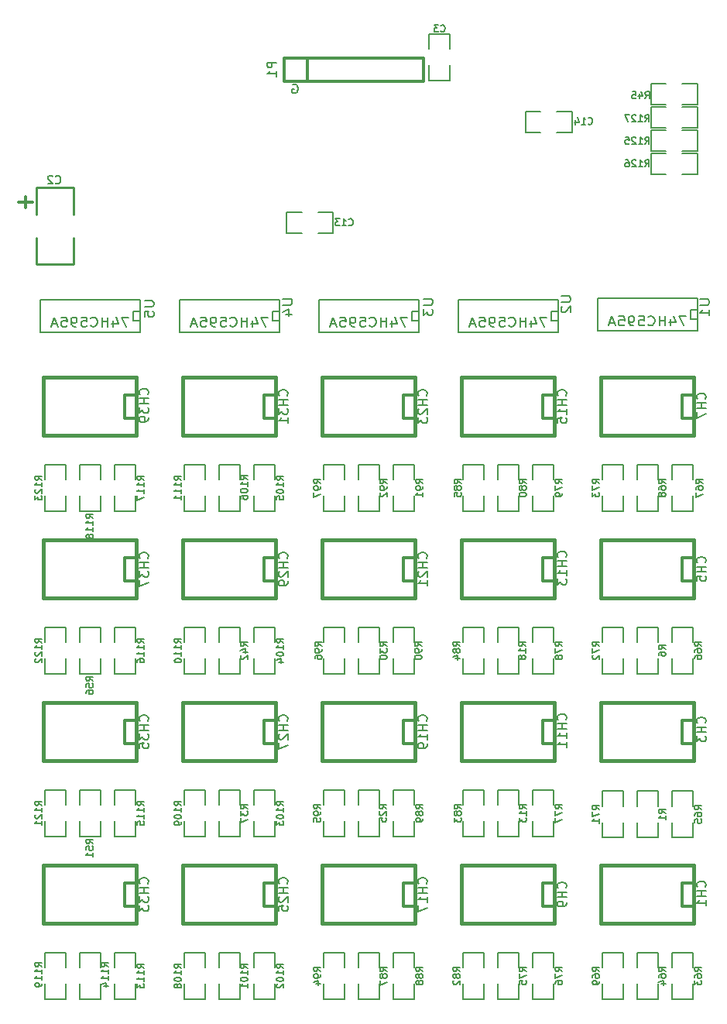
<source format=gbo>
G04 (created by PCBNEW (2013-07-07 BZR 4022)-stable) date 26/05/2014 1:51:14 PM*
%MOIN*%
G04 Gerber Fmt 3.4, Leading zero omitted, Abs format*
%FSLAX34Y34*%
G01*
G70*
G90*
G04 APERTURE LIST*
%ADD10C,0.00590551*%
%ADD11C,0.00787402*%
%ADD12C,0.012*%
%ADD13C,0.005*%
%ADD14C,0.015*%
%ADD15C,0.01*%
%ADD16C,0.008*%
%ADD17C,0.006*%
G04 APERTURE END LIST*
G54D10*
G54D11*
X19276Y-9834D02*
X19314Y-9815D01*
X19370Y-9815D01*
X19426Y-9834D01*
X19464Y-9871D01*
X19483Y-9909D01*
X19501Y-9984D01*
X19501Y-10040D01*
X19483Y-10115D01*
X19464Y-10153D01*
X19426Y-10190D01*
X19370Y-10209D01*
X19333Y-10209D01*
X19276Y-10190D01*
X19258Y-10171D01*
X19258Y-10040D01*
X19333Y-10040D01*
G54D12*
X7790Y-15118D02*
X7790Y-14661D01*
X7486Y-14889D02*
X8095Y-14889D01*
G54D13*
X11012Y-35187D02*
X10112Y-35187D01*
X10112Y-35187D02*
X10112Y-34537D01*
X11012Y-33837D02*
X11012Y-33187D01*
X11012Y-33187D02*
X10112Y-33187D01*
X10112Y-33187D02*
X10112Y-33837D01*
X11012Y-34537D02*
X11012Y-35187D01*
X35612Y-47187D02*
X36512Y-47187D01*
X36512Y-47187D02*
X36512Y-47837D01*
X35612Y-48537D02*
X35612Y-49187D01*
X35612Y-49187D02*
X36512Y-49187D01*
X36512Y-49187D02*
X36512Y-48537D01*
X35612Y-47837D02*
X35612Y-47187D01*
X35012Y-49187D02*
X34112Y-49187D01*
X34112Y-49187D02*
X34112Y-48537D01*
X35012Y-47837D02*
X35012Y-47187D01*
X35012Y-47187D02*
X34112Y-47187D01*
X34112Y-47187D02*
X34112Y-47837D01*
X35012Y-48537D02*
X35012Y-49187D01*
X33512Y-28187D02*
X32612Y-28187D01*
X32612Y-28187D02*
X32612Y-27537D01*
X33512Y-26837D02*
X33512Y-26187D01*
X33512Y-26187D02*
X32612Y-26187D01*
X32612Y-26187D02*
X32612Y-26837D01*
X33512Y-27537D02*
X33512Y-28187D01*
X27512Y-42187D02*
X26612Y-42187D01*
X26612Y-42187D02*
X26612Y-41537D01*
X27512Y-40837D02*
X27512Y-40187D01*
X27512Y-40187D02*
X26612Y-40187D01*
X26612Y-40187D02*
X26612Y-40837D01*
X27512Y-41537D02*
X27512Y-42187D01*
X29612Y-26187D02*
X30512Y-26187D01*
X30512Y-26187D02*
X30512Y-26837D01*
X29612Y-27537D02*
X29612Y-28187D01*
X29612Y-28187D02*
X30512Y-28187D01*
X30512Y-28187D02*
X30512Y-27537D01*
X29612Y-26837D02*
X29612Y-26187D01*
X29612Y-33187D02*
X30512Y-33187D01*
X30512Y-33187D02*
X30512Y-33837D01*
X29612Y-34537D02*
X29612Y-35187D01*
X29612Y-35187D02*
X30512Y-35187D01*
X30512Y-35187D02*
X30512Y-34537D01*
X29612Y-33837D02*
X29612Y-33187D01*
X27512Y-49187D02*
X26612Y-49187D01*
X26612Y-49187D02*
X26612Y-48537D01*
X27512Y-47837D02*
X27512Y-47187D01*
X27512Y-47187D02*
X26612Y-47187D01*
X26612Y-47187D02*
X26612Y-47837D01*
X27512Y-48537D02*
X27512Y-49187D01*
X23612Y-26187D02*
X24512Y-26187D01*
X24512Y-26187D02*
X24512Y-26837D01*
X23612Y-27537D02*
X23612Y-28187D01*
X23612Y-28187D02*
X24512Y-28187D01*
X24512Y-28187D02*
X24512Y-27537D01*
X23612Y-26837D02*
X23612Y-26187D01*
X23612Y-40187D02*
X24512Y-40187D01*
X24512Y-40187D02*
X24512Y-40837D01*
X23612Y-41537D02*
X23612Y-42187D01*
X23612Y-42187D02*
X24512Y-42187D01*
X24512Y-42187D02*
X24512Y-41537D01*
X23612Y-40837D02*
X23612Y-40187D01*
X23612Y-33187D02*
X24512Y-33187D01*
X24512Y-33187D02*
X24512Y-33837D01*
X23612Y-34537D02*
X23612Y-35187D01*
X23612Y-35187D02*
X24512Y-35187D01*
X24512Y-35187D02*
X24512Y-34537D01*
X23612Y-33837D02*
X23612Y-33187D01*
X23012Y-28187D02*
X22112Y-28187D01*
X22112Y-28187D02*
X22112Y-27537D01*
X23012Y-26837D02*
X23012Y-26187D01*
X23012Y-26187D02*
X22112Y-26187D01*
X22112Y-26187D02*
X22112Y-26837D01*
X23012Y-27537D02*
X23012Y-28187D01*
X35612Y-26187D02*
X36512Y-26187D01*
X36512Y-26187D02*
X36512Y-26837D01*
X35612Y-27537D02*
X35612Y-28187D01*
X35612Y-28187D02*
X36512Y-28187D01*
X36512Y-28187D02*
X36512Y-27537D01*
X35612Y-26837D02*
X35612Y-26187D01*
X35612Y-40237D02*
X36512Y-40237D01*
X36512Y-40237D02*
X36512Y-40887D01*
X35612Y-41587D02*
X35612Y-42237D01*
X35612Y-42237D02*
X36512Y-42237D01*
X36512Y-42237D02*
X36512Y-41587D01*
X35612Y-40887D02*
X35612Y-40237D01*
X35612Y-33187D02*
X36512Y-33187D01*
X36512Y-33187D02*
X36512Y-33837D01*
X35612Y-34537D02*
X35612Y-35187D01*
X35612Y-35187D02*
X36512Y-35187D01*
X36512Y-35187D02*
X36512Y-34537D01*
X35612Y-33837D02*
X35612Y-33187D01*
X35012Y-28187D02*
X34112Y-28187D01*
X34112Y-28187D02*
X34112Y-27537D01*
X35012Y-26837D02*
X35012Y-26187D01*
X35012Y-26187D02*
X34112Y-26187D01*
X34112Y-26187D02*
X34112Y-26837D01*
X35012Y-27537D02*
X35012Y-28187D01*
X29012Y-49187D02*
X28112Y-49187D01*
X28112Y-49187D02*
X28112Y-48537D01*
X29012Y-47837D02*
X29012Y-47187D01*
X29012Y-47187D02*
X28112Y-47187D01*
X28112Y-47187D02*
X28112Y-47837D01*
X29012Y-48537D02*
X29012Y-49187D01*
X33512Y-42237D02*
X32612Y-42237D01*
X32612Y-42237D02*
X32612Y-41587D01*
X33512Y-40887D02*
X33512Y-40237D01*
X33512Y-40237D02*
X32612Y-40237D01*
X32612Y-40237D02*
X32612Y-40887D01*
X33512Y-41587D02*
X33512Y-42237D01*
X33512Y-35187D02*
X32612Y-35187D01*
X32612Y-35187D02*
X32612Y-34537D01*
X33512Y-33837D02*
X33512Y-33187D01*
X33512Y-33187D02*
X32612Y-33187D01*
X32612Y-33187D02*
X32612Y-33837D01*
X33512Y-34537D02*
X33512Y-35187D01*
X29612Y-47187D02*
X30512Y-47187D01*
X30512Y-47187D02*
X30512Y-47837D01*
X29612Y-48537D02*
X29612Y-49187D01*
X29612Y-49187D02*
X30512Y-49187D01*
X30512Y-49187D02*
X30512Y-48537D01*
X29612Y-47837D02*
X29612Y-47187D01*
X33512Y-49187D02*
X32612Y-49187D01*
X32612Y-49187D02*
X32612Y-48537D01*
X33512Y-47837D02*
X33512Y-47187D01*
X33512Y-47187D02*
X32612Y-47187D01*
X32612Y-47187D02*
X32612Y-47837D01*
X33512Y-48537D02*
X33512Y-49187D01*
X11612Y-47187D02*
X12512Y-47187D01*
X12512Y-47187D02*
X12512Y-47837D01*
X11612Y-48537D02*
X11612Y-49187D01*
X11612Y-49187D02*
X12512Y-49187D01*
X12512Y-49187D02*
X12512Y-48537D01*
X11612Y-47837D02*
X11612Y-47187D01*
X11012Y-49187D02*
X10112Y-49187D01*
X10112Y-49187D02*
X10112Y-48537D01*
X11012Y-47837D02*
X11012Y-47187D01*
X11012Y-47187D02*
X10112Y-47187D01*
X10112Y-47187D02*
X10112Y-47837D01*
X11012Y-48537D02*
X11012Y-49187D01*
X11612Y-33187D02*
X12512Y-33187D01*
X12512Y-33187D02*
X12512Y-33837D01*
X11612Y-34537D02*
X11612Y-35187D01*
X11612Y-35187D02*
X12512Y-35187D01*
X12512Y-35187D02*
X12512Y-34537D01*
X11612Y-33837D02*
X11612Y-33187D01*
X9512Y-28187D02*
X8612Y-28187D01*
X8612Y-28187D02*
X8612Y-27537D01*
X9512Y-26837D02*
X9512Y-26187D01*
X9512Y-26187D02*
X8612Y-26187D01*
X8612Y-26187D02*
X8612Y-26837D01*
X9512Y-27537D02*
X9512Y-28187D01*
X9512Y-49187D02*
X8612Y-49187D01*
X8612Y-49187D02*
X8612Y-48537D01*
X9512Y-47837D02*
X9512Y-47187D01*
X9512Y-47187D02*
X8612Y-47187D01*
X8612Y-47187D02*
X8612Y-47837D01*
X9512Y-48537D02*
X9512Y-49187D01*
X9512Y-35187D02*
X8612Y-35187D01*
X8612Y-35187D02*
X8612Y-34537D01*
X9512Y-33837D02*
X9512Y-33187D01*
X9512Y-33187D02*
X8612Y-33187D01*
X8612Y-33187D02*
X8612Y-33837D01*
X9512Y-34537D02*
X9512Y-35187D01*
X11012Y-28187D02*
X10112Y-28187D01*
X10112Y-28187D02*
X10112Y-27537D01*
X11012Y-26837D02*
X11012Y-26187D01*
X11012Y-26187D02*
X10112Y-26187D01*
X10112Y-26187D02*
X10112Y-26837D01*
X11012Y-27537D02*
X11012Y-28187D01*
X11612Y-26187D02*
X12512Y-26187D01*
X12512Y-26187D02*
X12512Y-26837D01*
X11612Y-27537D02*
X11612Y-28187D01*
X11612Y-28187D02*
X12512Y-28187D01*
X12512Y-28187D02*
X12512Y-27537D01*
X11612Y-26837D02*
X11612Y-26187D01*
X15512Y-49187D02*
X14612Y-49187D01*
X14612Y-49187D02*
X14612Y-48537D01*
X15512Y-47837D02*
X15512Y-47187D01*
X15512Y-47187D02*
X14612Y-47187D01*
X14612Y-47187D02*
X14612Y-47837D01*
X15512Y-48537D02*
X15512Y-49187D01*
X17612Y-26187D02*
X18512Y-26187D01*
X18512Y-26187D02*
X18512Y-26837D01*
X17612Y-27537D02*
X17612Y-28187D01*
X17612Y-28187D02*
X18512Y-28187D01*
X18512Y-28187D02*
X18512Y-27537D01*
X17612Y-26837D02*
X17612Y-26187D01*
X17012Y-49187D02*
X16112Y-49187D01*
X16112Y-49187D02*
X16112Y-48537D01*
X17012Y-47837D02*
X17012Y-47187D01*
X17012Y-47187D02*
X16112Y-47187D01*
X16112Y-47187D02*
X16112Y-47837D01*
X17012Y-48537D02*
X17012Y-49187D01*
X17612Y-33187D02*
X18512Y-33187D01*
X18512Y-33187D02*
X18512Y-33837D01*
X17612Y-34537D02*
X17612Y-35187D01*
X17612Y-35187D02*
X18512Y-35187D01*
X18512Y-35187D02*
X18512Y-34537D01*
X17612Y-33837D02*
X17612Y-33187D01*
X15512Y-35187D02*
X14612Y-35187D01*
X14612Y-35187D02*
X14612Y-34537D01*
X15512Y-33837D02*
X15512Y-33187D01*
X15512Y-33187D02*
X14612Y-33187D01*
X14612Y-33187D02*
X14612Y-33837D01*
X15512Y-34537D02*
X15512Y-35187D01*
X15512Y-42187D02*
X14612Y-42187D01*
X14612Y-42187D02*
X14612Y-41537D01*
X15512Y-40837D02*
X15512Y-40187D01*
X15512Y-40187D02*
X14612Y-40187D01*
X14612Y-40187D02*
X14612Y-40837D01*
X15512Y-41537D02*
X15512Y-42187D01*
X15512Y-28187D02*
X14612Y-28187D01*
X14612Y-28187D02*
X14612Y-27537D01*
X15512Y-26837D02*
X15512Y-26187D01*
X15512Y-26187D02*
X14612Y-26187D01*
X14612Y-26187D02*
X14612Y-26837D01*
X15512Y-27537D02*
X15512Y-28187D01*
X9512Y-42187D02*
X8612Y-42187D01*
X8612Y-42187D02*
X8612Y-41537D01*
X9512Y-40837D02*
X9512Y-40187D01*
X9512Y-40187D02*
X8612Y-40187D01*
X8612Y-40187D02*
X8612Y-40837D01*
X9512Y-41537D02*
X9512Y-42187D01*
X21512Y-42187D02*
X20612Y-42187D01*
X20612Y-42187D02*
X20612Y-41537D01*
X21512Y-40837D02*
X21512Y-40187D01*
X21512Y-40187D02*
X20612Y-40187D01*
X20612Y-40187D02*
X20612Y-40837D01*
X21512Y-41537D02*
X21512Y-42187D01*
X21512Y-35187D02*
X20612Y-35187D01*
X20612Y-35187D02*
X20612Y-34537D01*
X21512Y-33837D02*
X21512Y-33187D01*
X21512Y-33187D02*
X20612Y-33187D01*
X20612Y-33187D02*
X20612Y-33837D01*
X21512Y-34537D02*
X21512Y-35187D01*
X21512Y-49187D02*
X20612Y-49187D01*
X20612Y-49187D02*
X20612Y-48537D01*
X21512Y-47837D02*
X21512Y-47187D01*
X21512Y-47187D02*
X20612Y-47187D01*
X20612Y-47187D02*
X20612Y-47837D01*
X21512Y-48537D02*
X21512Y-49187D01*
X27512Y-35187D02*
X26612Y-35187D01*
X26612Y-35187D02*
X26612Y-34537D01*
X27512Y-33837D02*
X27512Y-33187D01*
X27512Y-33187D02*
X26612Y-33187D01*
X26612Y-33187D02*
X26612Y-33837D01*
X27512Y-34537D02*
X27512Y-35187D01*
X29612Y-40187D02*
X30512Y-40187D01*
X30512Y-40187D02*
X30512Y-40837D01*
X29612Y-41537D02*
X29612Y-42187D01*
X29612Y-42187D02*
X30512Y-42187D01*
X30512Y-42187D02*
X30512Y-41537D01*
X29612Y-40837D02*
X29612Y-40187D01*
X29012Y-28187D02*
X28112Y-28187D01*
X28112Y-28187D02*
X28112Y-27537D01*
X29012Y-26837D02*
X29012Y-26187D01*
X29012Y-26187D02*
X28112Y-26187D01*
X28112Y-26187D02*
X28112Y-26837D01*
X29012Y-27537D02*
X29012Y-28187D01*
X27512Y-28187D02*
X26612Y-28187D01*
X26612Y-28187D02*
X26612Y-27537D01*
X27512Y-26837D02*
X27512Y-26187D01*
X27512Y-26187D02*
X26612Y-26187D01*
X26612Y-26187D02*
X26612Y-26837D01*
X27512Y-27537D02*
X27512Y-28187D01*
X23012Y-49187D02*
X22112Y-49187D01*
X22112Y-49187D02*
X22112Y-48537D01*
X23012Y-47837D02*
X23012Y-47187D01*
X23012Y-47187D02*
X22112Y-47187D01*
X22112Y-47187D02*
X22112Y-47837D01*
X23012Y-48537D02*
X23012Y-49187D01*
X23612Y-47187D02*
X24512Y-47187D01*
X24512Y-47187D02*
X24512Y-47837D01*
X23612Y-48537D02*
X23612Y-49187D01*
X23612Y-49187D02*
X24512Y-49187D01*
X24512Y-49187D02*
X24512Y-48537D01*
X23612Y-47837D02*
X23612Y-47187D01*
X21512Y-28187D02*
X20612Y-28187D01*
X20612Y-28187D02*
X20612Y-27537D01*
X21512Y-26837D02*
X21512Y-26187D01*
X21512Y-26187D02*
X20612Y-26187D01*
X20612Y-26187D02*
X20612Y-26837D01*
X21512Y-27537D02*
X21512Y-28187D01*
X17612Y-40187D02*
X18512Y-40187D01*
X18512Y-40187D02*
X18512Y-40837D01*
X17612Y-41537D02*
X17612Y-42187D01*
X17612Y-42187D02*
X18512Y-42187D01*
X18512Y-42187D02*
X18512Y-41537D01*
X17612Y-40837D02*
X17612Y-40187D01*
X17612Y-47187D02*
X18512Y-47187D01*
X18512Y-47187D02*
X18512Y-47837D01*
X17612Y-48537D02*
X17612Y-49187D01*
X17612Y-49187D02*
X18512Y-49187D01*
X18512Y-49187D02*
X18512Y-48537D01*
X17612Y-47837D02*
X17612Y-47187D01*
X17012Y-28187D02*
X16112Y-28187D01*
X16112Y-28187D02*
X16112Y-27537D01*
X17012Y-26837D02*
X17012Y-26187D01*
X17012Y-26187D02*
X16112Y-26187D01*
X16112Y-26187D02*
X16112Y-26837D01*
X17012Y-27537D02*
X17012Y-28187D01*
X11612Y-40187D02*
X12512Y-40187D01*
X12512Y-40187D02*
X12512Y-40837D01*
X11612Y-41537D02*
X11612Y-42187D01*
X11612Y-42187D02*
X12512Y-42187D01*
X12512Y-42187D02*
X12512Y-41537D01*
X11612Y-40837D02*
X11612Y-40187D01*
X23012Y-35187D02*
X22112Y-35187D01*
X22112Y-35187D02*
X22112Y-34537D01*
X23012Y-33837D02*
X23012Y-33187D01*
X23012Y-33187D02*
X22112Y-33187D01*
X22112Y-33187D02*
X22112Y-33837D01*
X23012Y-34537D02*
X23012Y-35187D01*
X23012Y-42187D02*
X22112Y-42187D01*
X22112Y-42187D02*
X22112Y-41537D01*
X23012Y-40837D02*
X23012Y-40187D01*
X23012Y-40187D02*
X22112Y-40187D01*
X22112Y-40187D02*
X22112Y-40837D01*
X23012Y-41537D02*
X23012Y-42187D01*
X29012Y-42187D02*
X28112Y-42187D01*
X28112Y-42187D02*
X28112Y-41537D01*
X29012Y-40837D02*
X29012Y-40187D01*
X29012Y-40187D02*
X28112Y-40187D01*
X28112Y-40187D02*
X28112Y-40837D01*
X29012Y-41537D02*
X29012Y-42187D01*
X29012Y-35187D02*
X28112Y-35187D01*
X28112Y-35187D02*
X28112Y-34537D01*
X29012Y-33837D02*
X29012Y-33187D01*
X29012Y-33187D02*
X28112Y-33187D01*
X28112Y-33187D02*
X28112Y-33837D01*
X29012Y-34537D02*
X29012Y-35187D01*
X35012Y-35187D02*
X34112Y-35187D01*
X34112Y-35187D02*
X34112Y-34537D01*
X35012Y-33837D02*
X35012Y-33187D01*
X35012Y-33187D02*
X34112Y-33187D01*
X34112Y-33187D02*
X34112Y-33837D01*
X35012Y-34537D02*
X35012Y-35187D01*
X35012Y-42237D02*
X34112Y-42237D01*
X34112Y-42237D02*
X34112Y-41587D01*
X35012Y-40887D02*
X35012Y-40237D01*
X35012Y-40237D02*
X34112Y-40237D01*
X34112Y-40237D02*
X34112Y-40887D01*
X35012Y-41587D02*
X35012Y-42237D01*
X34700Y-10700D02*
X34700Y-9800D01*
X34700Y-9800D02*
X35350Y-9800D01*
X36050Y-10700D02*
X36700Y-10700D01*
X36700Y-10700D02*
X36700Y-9800D01*
X36700Y-9800D02*
X36050Y-9800D01*
X35350Y-10700D02*
X34700Y-10700D01*
X11012Y-42187D02*
X10112Y-42187D01*
X10112Y-42187D02*
X10112Y-41537D01*
X11012Y-40837D02*
X11012Y-40187D01*
X11012Y-40187D02*
X10112Y-40187D01*
X10112Y-40187D02*
X10112Y-40837D01*
X11012Y-41537D02*
X11012Y-42187D01*
X17012Y-35187D02*
X16112Y-35187D01*
X16112Y-35187D02*
X16112Y-34537D01*
X17012Y-33837D02*
X17012Y-33187D01*
X17012Y-33187D02*
X16112Y-33187D01*
X16112Y-33187D02*
X16112Y-33837D01*
X17012Y-34537D02*
X17012Y-35187D01*
X17012Y-42187D02*
X16112Y-42187D01*
X16112Y-42187D02*
X16112Y-41537D01*
X17012Y-40837D02*
X17012Y-40187D01*
X17012Y-40187D02*
X16112Y-40187D01*
X16112Y-40187D02*
X16112Y-40837D01*
X17012Y-41537D02*
X17012Y-42187D01*
G54D14*
X24562Y-29437D02*
X24562Y-31937D01*
X24562Y-31937D02*
X20562Y-31937D01*
X20562Y-31937D02*
X20562Y-29437D01*
X20562Y-29437D02*
X24562Y-29437D01*
G54D12*
X24562Y-30187D02*
X24062Y-30187D01*
X24062Y-30187D02*
X24062Y-31187D01*
X24062Y-31187D02*
X24562Y-31187D01*
G54D14*
X36562Y-36437D02*
X36562Y-38937D01*
X36562Y-38937D02*
X32562Y-38937D01*
X32562Y-38937D02*
X32562Y-36437D01*
X32562Y-36437D02*
X36562Y-36437D01*
G54D12*
X36562Y-37187D02*
X36062Y-37187D01*
X36062Y-37187D02*
X36062Y-38187D01*
X36062Y-38187D02*
X36562Y-38187D01*
G54D14*
X12562Y-22437D02*
X12562Y-24937D01*
X12562Y-24937D02*
X8562Y-24937D01*
X8562Y-24937D02*
X8562Y-22437D01*
X8562Y-22437D02*
X12562Y-22437D01*
G54D12*
X12562Y-23187D02*
X12062Y-23187D01*
X12062Y-23187D02*
X12062Y-24187D01*
X12062Y-24187D02*
X12562Y-24187D01*
G54D14*
X24562Y-36437D02*
X24562Y-38937D01*
X24562Y-38937D02*
X20562Y-38937D01*
X20562Y-38937D02*
X20562Y-36437D01*
X20562Y-36437D02*
X24562Y-36437D01*
G54D12*
X24562Y-37187D02*
X24062Y-37187D01*
X24062Y-37187D02*
X24062Y-38187D01*
X24062Y-38187D02*
X24562Y-38187D01*
G54D14*
X12562Y-36437D02*
X12562Y-38937D01*
X12562Y-38937D02*
X8562Y-38937D01*
X8562Y-38937D02*
X8562Y-36437D01*
X8562Y-36437D02*
X12562Y-36437D01*
G54D12*
X12562Y-37187D02*
X12062Y-37187D01*
X12062Y-37187D02*
X12062Y-38187D01*
X12062Y-38187D02*
X12562Y-38187D01*
G54D14*
X30562Y-29437D02*
X30562Y-31937D01*
X30562Y-31937D02*
X26562Y-31937D01*
X26562Y-31937D02*
X26562Y-29437D01*
X26562Y-29437D02*
X30562Y-29437D01*
G54D12*
X30562Y-30187D02*
X30062Y-30187D01*
X30062Y-30187D02*
X30062Y-31187D01*
X30062Y-31187D02*
X30562Y-31187D01*
G54D14*
X30562Y-36437D02*
X30562Y-38937D01*
X30562Y-38937D02*
X26562Y-38937D01*
X26562Y-38937D02*
X26562Y-36437D01*
X26562Y-36437D02*
X30562Y-36437D01*
G54D12*
X30562Y-37187D02*
X30062Y-37187D01*
X30062Y-37187D02*
X30062Y-38187D01*
X30062Y-38187D02*
X30562Y-38187D01*
G54D14*
X36562Y-29437D02*
X36562Y-31937D01*
X36562Y-31937D02*
X32562Y-31937D01*
X32562Y-31937D02*
X32562Y-29437D01*
X32562Y-29437D02*
X36562Y-29437D01*
G54D12*
X36562Y-30187D02*
X36062Y-30187D01*
X36062Y-30187D02*
X36062Y-31187D01*
X36062Y-31187D02*
X36562Y-31187D01*
G54D14*
X36562Y-22437D02*
X36562Y-24937D01*
X36562Y-24937D02*
X32562Y-24937D01*
X32562Y-24937D02*
X32562Y-22437D01*
X32562Y-22437D02*
X36562Y-22437D01*
G54D12*
X36562Y-23187D02*
X36062Y-23187D01*
X36062Y-23187D02*
X36062Y-24187D01*
X36062Y-24187D02*
X36562Y-24187D01*
G54D14*
X12562Y-43437D02*
X12562Y-45937D01*
X12562Y-45937D02*
X8562Y-45937D01*
X8562Y-45937D02*
X8562Y-43437D01*
X8562Y-43437D02*
X12562Y-43437D01*
G54D12*
X12562Y-44187D02*
X12062Y-44187D01*
X12062Y-44187D02*
X12062Y-45187D01*
X12062Y-45187D02*
X12562Y-45187D01*
G54D14*
X30562Y-22437D02*
X30562Y-24937D01*
X30562Y-24937D02*
X26562Y-24937D01*
X26562Y-24937D02*
X26562Y-22437D01*
X26562Y-22437D02*
X30562Y-22437D01*
G54D12*
X30562Y-23187D02*
X30062Y-23187D01*
X30062Y-23187D02*
X30062Y-24187D01*
X30062Y-24187D02*
X30562Y-24187D01*
G54D14*
X36562Y-43437D02*
X36562Y-45937D01*
X36562Y-45937D02*
X32562Y-45937D01*
X32562Y-45937D02*
X32562Y-43437D01*
X32562Y-43437D02*
X36562Y-43437D01*
G54D12*
X36562Y-44187D02*
X36062Y-44187D01*
X36062Y-44187D02*
X36062Y-45187D01*
X36062Y-45187D02*
X36562Y-45187D01*
G54D14*
X18562Y-43437D02*
X18562Y-45937D01*
X18562Y-45937D02*
X14562Y-45937D01*
X14562Y-45937D02*
X14562Y-43437D01*
X14562Y-43437D02*
X18562Y-43437D01*
G54D12*
X18562Y-44187D02*
X18062Y-44187D01*
X18062Y-44187D02*
X18062Y-45187D01*
X18062Y-45187D02*
X18562Y-45187D01*
G54D14*
X24562Y-22437D02*
X24562Y-24937D01*
X24562Y-24937D02*
X20562Y-24937D01*
X20562Y-24937D02*
X20562Y-22437D01*
X20562Y-22437D02*
X24562Y-22437D01*
G54D12*
X24562Y-23187D02*
X24062Y-23187D01*
X24062Y-23187D02*
X24062Y-24187D01*
X24062Y-24187D02*
X24562Y-24187D01*
G54D14*
X18562Y-29437D02*
X18562Y-31937D01*
X18562Y-31937D02*
X14562Y-31937D01*
X14562Y-31937D02*
X14562Y-29437D01*
X14562Y-29437D02*
X18562Y-29437D01*
G54D12*
X18562Y-30187D02*
X18062Y-30187D01*
X18062Y-30187D02*
X18062Y-31187D01*
X18062Y-31187D02*
X18562Y-31187D01*
G54D14*
X24562Y-43437D02*
X24562Y-45937D01*
X24562Y-45937D02*
X20562Y-45937D01*
X20562Y-45937D02*
X20562Y-43437D01*
X20562Y-43437D02*
X24562Y-43437D01*
G54D12*
X24562Y-44187D02*
X24062Y-44187D01*
X24062Y-44187D02*
X24062Y-45187D01*
X24062Y-45187D02*
X24562Y-45187D01*
G54D14*
X12562Y-29437D02*
X12562Y-31937D01*
X12562Y-31937D02*
X8562Y-31937D01*
X8562Y-31937D02*
X8562Y-29437D01*
X8562Y-29437D02*
X12562Y-29437D01*
G54D12*
X12562Y-30187D02*
X12062Y-30187D01*
X12062Y-30187D02*
X12062Y-31187D01*
X12062Y-31187D02*
X12562Y-31187D01*
G54D14*
X18562Y-22437D02*
X18562Y-24937D01*
X18562Y-24937D02*
X14562Y-24937D01*
X14562Y-24937D02*
X14562Y-22437D01*
X14562Y-22437D02*
X18562Y-22437D01*
G54D12*
X18562Y-23187D02*
X18062Y-23187D01*
X18062Y-23187D02*
X18062Y-24187D01*
X18062Y-24187D02*
X18562Y-24187D01*
G54D15*
X8262Y-15412D02*
X8262Y-14262D01*
X8262Y-14262D02*
X9862Y-14262D01*
X9862Y-14262D02*
X9862Y-15412D01*
X8262Y-16412D02*
X8262Y-17562D01*
X8262Y-17562D02*
X9862Y-17562D01*
X9862Y-17562D02*
X9862Y-16412D01*
G54D14*
X30562Y-43437D02*
X30562Y-45937D01*
X30562Y-45937D02*
X26562Y-45937D01*
X26562Y-45937D02*
X26562Y-43437D01*
X26562Y-43437D02*
X30562Y-43437D01*
G54D12*
X30562Y-44187D02*
X30062Y-44187D01*
X30062Y-44187D02*
X30062Y-45187D01*
X30062Y-45187D02*
X30562Y-45187D01*
G54D14*
X18562Y-36437D02*
X18562Y-38937D01*
X18562Y-38937D02*
X14562Y-38937D01*
X14562Y-38937D02*
X14562Y-36437D01*
X14562Y-36437D02*
X18562Y-36437D01*
G54D12*
X18562Y-37187D02*
X18062Y-37187D01*
X18062Y-37187D02*
X18062Y-38187D01*
X18062Y-38187D02*
X18562Y-38187D01*
G54D16*
X18712Y-19087D02*
X14412Y-19087D01*
X14412Y-19087D02*
X14412Y-20487D01*
X14412Y-20487D02*
X18712Y-20487D01*
X18712Y-20487D02*
X18712Y-19087D01*
X18712Y-19587D02*
X18412Y-19587D01*
X18412Y-19587D02*
X18412Y-19987D01*
X18412Y-19987D02*
X18712Y-19987D01*
X24712Y-19087D02*
X20412Y-19087D01*
X20412Y-19087D02*
X20412Y-20487D01*
X20412Y-20487D02*
X24712Y-20487D01*
X24712Y-20487D02*
X24712Y-19087D01*
X24712Y-19587D02*
X24412Y-19587D01*
X24412Y-19587D02*
X24412Y-19987D01*
X24412Y-19987D02*
X24712Y-19987D01*
X30712Y-19087D02*
X26412Y-19087D01*
X26412Y-19087D02*
X26412Y-20487D01*
X26412Y-20487D02*
X30712Y-20487D01*
X30712Y-20487D02*
X30712Y-19087D01*
X30712Y-19587D02*
X30412Y-19587D01*
X30412Y-19587D02*
X30412Y-19987D01*
X30412Y-19987D02*
X30712Y-19987D01*
X36712Y-19037D02*
X32412Y-19037D01*
X32412Y-19037D02*
X32412Y-20437D01*
X32412Y-20437D02*
X36712Y-20437D01*
X36712Y-20437D02*
X36712Y-19037D01*
X36712Y-19537D02*
X36412Y-19537D01*
X36412Y-19537D02*
X36412Y-19937D01*
X36412Y-19937D02*
X36712Y-19937D01*
G54D12*
X18900Y-8700D02*
X18900Y-9700D01*
X18900Y-9700D02*
X24900Y-9700D01*
X24900Y-9700D02*
X24900Y-8700D01*
X24900Y-8700D02*
X18900Y-8700D01*
X19900Y-8700D02*
X19900Y-9700D01*
G54D16*
X12712Y-19087D02*
X8412Y-19087D01*
X8412Y-19087D02*
X8412Y-20487D01*
X8412Y-20487D02*
X12712Y-20487D01*
X12712Y-20487D02*
X12712Y-19087D01*
X12712Y-19587D02*
X12412Y-19587D01*
X12412Y-19587D02*
X12412Y-19987D01*
X12412Y-19987D02*
X12712Y-19987D01*
G54D13*
X34700Y-12700D02*
X34700Y-11800D01*
X34700Y-11800D02*
X35350Y-11800D01*
X36050Y-12700D02*
X36700Y-12700D01*
X36700Y-12700D02*
X36700Y-11800D01*
X36700Y-11800D02*
X36050Y-11800D01*
X35350Y-12700D02*
X34700Y-12700D01*
X34700Y-13700D02*
X34700Y-12800D01*
X34700Y-12800D02*
X35350Y-12800D01*
X36050Y-13700D02*
X36700Y-13700D01*
X36700Y-13700D02*
X36700Y-12800D01*
X36700Y-12800D02*
X36050Y-12800D01*
X35350Y-13700D02*
X34700Y-13700D01*
X25150Y-7650D02*
X26050Y-7650D01*
X26050Y-7650D02*
X26050Y-8300D01*
X25150Y-9000D02*
X25150Y-9650D01*
X25150Y-9650D02*
X26050Y-9650D01*
X26050Y-9650D02*
X26050Y-9000D01*
X25150Y-8300D02*
X25150Y-7650D01*
X21030Y-15340D02*
X21030Y-16240D01*
X21030Y-16240D02*
X20380Y-16240D01*
X19680Y-15340D02*
X19030Y-15340D01*
X19030Y-15340D02*
X19030Y-16240D01*
X19030Y-16240D02*
X19680Y-16240D01*
X20380Y-15340D02*
X21030Y-15340D01*
X34700Y-11700D02*
X34700Y-10800D01*
X34700Y-10800D02*
X35350Y-10800D01*
X36050Y-11700D02*
X36700Y-11700D01*
X36700Y-11700D02*
X36700Y-10800D01*
X36700Y-10800D02*
X36050Y-10800D01*
X35350Y-11700D02*
X34700Y-11700D01*
X29300Y-11880D02*
X29300Y-10980D01*
X29300Y-10980D02*
X29950Y-10980D01*
X30650Y-11880D02*
X31300Y-11880D01*
X31300Y-11880D02*
X31300Y-10980D01*
X31300Y-10980D02*
X30650Y-10980D01*
X29950Y-11880D02*
X29300Y-11880D01*
X10683Y-35494D02*
X10541Y-35394D01*
X10683Y-35323D02*
X10383Y-35323D01*
X10383Y-35437D01*
X10398Y-35466D01*
X10412Y-35480D01*
X10441Y-35494D01*
X10483Y-35494D01*
X10512Y-35480D01*
X10526Y-35466D01*
X10541Y-35437D01*
X10541Y-35323D01*
X10383Y-35766D02*
X10383Y-35623D01*
X10526Y-35608D01*
X10512Y-35623D01*
X10498Y-35651D01*
X10498Y-35723D01*
X10512Y-35751D01*
X10526Y-35766D01*
X10555Y-35780D01*
X10626Y-35780D01*
X10655Y-35766D01*
X10669Y-35751D01*
X10683Y-35723D01*
X10683Y-35651D01*
X10669Y-35623D01*
X10655Y-35608D01*
X10383Y-36037D02*
X10383Y-35980D01*
X10398Y-35951D01*
X10412Y-35937D01*
X10455Y-35908D01*
X10512Y-35894D01*
X10626Y-35894D01*
X10655Y-35908D01*
X10669Y-35923D01*
X10683Y-35951D01*
X10683Y-36008D01*
X10669Y-36037D01*
X10655Y-36051D01*
X10626Y-36066D01*
X10555Y-36066D01*
X10526Y-36051D01*
X10512Y-36037D01*
X10498Y-36008D01*
X10498Y-35951D01*
X10512Y-35923D01*
X10526Y-35908D01*
X10555Y-35894D01*
X36883Y-47994D02*
X36741Y-47894D01*
X36883Y-47823D02*
X36583Y-47823D01*
X36583Y-47937D01*
X36598Y-47966D01*
X36612Y-47980D01*
X36641Y-47994D01*
X36683Y-47994D01*
X36712Y-47980D01*
X36726Y-47966D01*
X36741Y-47937D01*
X36741Y-47823D01*
X36583Y-48251D02*
X36583Y-48194D01*
X36598Y-48166D01*
X36612Y-48151D01*
X36655Y-48123D01*
X36712Y-48108D01*
X36826Y-48108D01*
X36855Y-48123D01*
X36869Y-48137D01*
X36883Y-48166D01*
X36883Y-48223D01*
X36869Y-48251D01*
X36855Y-48266D01*
X36826Y-48280D01*
X36755Y-48280D01*
X36726Y-48266D01*
X36712Y-48251D01*
X36698Y-48223D01*
X36698Y-48166D01*
X36712Y-48137D01*
X36726Y-48123D01*
X36755Y-48108D01*
X36583Y-48380D02*
X36583Y-48566D01*
X36698Y-48466D01*
X36698Y-48508D01*
X36712Y-48537D01*
X36726Y-48551D01*
X36755Y-48566D01*
X36826Y-48566D01*
X36855Y-48551D01*
X36869Y-48537D01*
X36883Y-48508D01*
X36883Y-48423D01*
X36869Y-48394D01*
X36855Y-48380D01*
X35333Y-47994D02*
X35191Y-47894D01*
X35333Y-47823D02*
X35033Y-47823D01*
X35033Y-47937D01*
X35048Y-47966D01*
X35062Y-47980D01*
X35091Y-47994D01*
X35133Y-47994D01*
X35162Y-47980D01*
X35176Y-47966D01*
X35191Y-47937D01*
X35191Y-47823D01*
X35033Y-48251D02*
X35033Y-48194D01*
X35048Y-48166D01*
X35062Y-48151D01*
X35105Y-48123D01*
X35162Y-48108D01*
X35276Y-48108D01*
X35305Y-48123D01*
X35319Y-48137D01*
X35333Y-48166D01*
X35333Y-48223D01*
X35319Y-48251D01*
X35305Y-48266D01*
X35276Y-48280D01*
X35205Y-48280D01*
X35176Y-48266D01*
X35162Y-48251D01*
X35148Y-48223D01*
X35148Y-48166D01*
X35162Y-48137D01*
X35176Y-48123D01*
X35205Y-48108D01*
X35133Y-48537D02*
X35333Y-48537D01*
X35019Y-48466D02*
X35233Y-48394D01*
X35233Y-48580D01*
X32483Y-26994D02*
X32341Y-26894D01*
X32483Y-26823D02*
X32183Y-26823D01*
X32183Y-26937D01*
X32198Y-26966D01*
X32212Y-26980D01*
X32241Y-26994D01*
X32283Y-26994D01*
X32312Y-26980D01*
X32326Y-26966D01*
X32341Y-26937D01*
X32341Y-26823D01*
X32183Y-27094D02*
X32183Y-27294D01*
X32483Y-27166D01*
X32183Y-27380D02*
X32183Y-27566D01*
X32298Y-27466D01*
X32298Y-27508D01*
X32312Y-27537D01*
X32326Y-27551D01*
X32355Y-27566D01*
X32426Y-27566D01*
X32455Y-27551D01*
X32469Y-27537D01*
X32483Y-27508D01*
X32483Y-27423D01*
X32469Y-27394D01*
X32455Y-27380D01*
X26533Y-40994D02*
X26391Y-40894D01*
X26533Y-40823D02*
X26233Y-40823D01*
X26233Y-40937D01*
X26248Y-40966D01*
X26262Y-40980D01*
X26291Y-40994D01*
X26333Y-40994D01*
X26362Y-40980D01*
X26376Y-40966D01*
X26391Y-40937D01*
X26391Y-40823D01*
X26362Y-41166D02*
X26348Y-41137D01*
X26333Y-41123D01*
X26305Y-41108D01*
X26291Y-41108D01*
X26262Y-41123D01*
X26248Y-41137D01*
X26233Y-41166D01*
X26233Y-41223D01*
X26248Y-41251D01*
X26262Y-41266D01*
X26291Y-41280D01*
X26305Y-41280D01*
X26333Y-41266D01*
X26348Y-41251D01*
X26362Y-41223D01*
X26362Y-41166D01*
X26376Y-41137D01*
X26391Y-41123D01*
X26419Y-41108D01*
X26476Y-41108D01*
X26505Y-41123D01*
X26519Y-41137D01*
X26533Y-41166D01*
X26533Y-41223D01*
X26519Y-41251D01*
X26505Y-41266D01*
X26476Y-41280D01*
X26419Y-41280D01*
X26391Y-41266D01*
X26376Y-41251D01*
X26362Y-41223D01*
X26233Y-41380D02*
X26233Y-41566D01*
X26348Y-41466D01*
X26348Y-41508D01*
X26362Y-41537D01*
X26376Y-41551D01*
X26405Y-41566D01*
X26476Y-41566D01*
X26505Y-41551D01*
X26519Y-41537D01*
X26533Y-41508D01*
X26533Y-41423D01*
X26519Y-41394D01*
X26505Y-41380D01*
X30883Y-26994D02*
X30741Y-26894D01*
X30883Y-26823D02*
X30583Y-26823D01*
X30583Y-26937D01*
X30598Y-26966D01*
X30612Y-26980D01*
X30641Y-26994D01*
X30683Y-26994D01*
X30712Y-26980D01*
X30726Y-26966D01*
X30741Y-26937D01*
X30741Y-26823D01*
X30583Y-27094D02*
X30583Y-27294D01*
X30883Y-27166D01*
X30883Y-27423D02*
X30883Y-27480D01*
X30869Y-27508D01*
X30855Y-27523D01*
X30812Y-27551D01*
X30755Y-27566D01*
X30641Y-27566D01*
X30612Y-27551D01*
X30598Y-27537D01*
X30583Y-27508D01*
X30583Y-27451D01*
X30598Y-27423D01*
X30612Y-27408D01*
X30641Y-27394D01*
X30712Y-27394D01*
X30741Y-27408D01*
X30755Y-27423D01*
X30769Y-27451D01*
X30769Y-27508D01*
X30755Y-27537D01*
X30741Y-27551D01*
X30712Y-27566D01*
X30883Y-33994D02*
X30741Y-33894D01*
X30883Y-33823D02*
X30583Y-33823D01*
X30583Y-33937D01*
X30598Y-33966D01*
X30612Y-33980D01*
X30641Y-33994D01*
X30683Y-33994D01*
X30712Y-33980D01*
X30726Y-33966D01*
X30741Y-33937D01*
X30741Y-33823D01*
X30583Y-34094D02*
X30583Y-34294D01*
X30883Y-34166D01*
X30712Y-34451D02*
X30698Y-34423D01*
X30683Y-34408D01*
X30655Y-34394D01*
X30641Y-34394D01*
X30612Y-34408D01*
X30598Y-34423D01*
X30583Y-34451D01*
X30583Y-34508D01*
X30598Y-34537D01*
X30612Y-34551D01*
X30641Y-34566D01*
X30655Y-34566D01*
X30683Y-34551D01*
X30698Y-34537D01*
X30712Y-34508D01*
X30712Y-34451D01*
X30726Y-34423D01*
X30741Y-34408D01*
X30769Y-34394D01*
X30826Y-34394D01*
X30855Y-34408D01*
X30869Y-34423D01*
X30883Y-34451D01*
X30883Y-34508D01*
X30869Y-34537D01*
X30855Y-34551D01*
X30826Y-34566D01*
X30769Y-34566D01*
X30741Y-34551D01*
X30726Y-34537D01*
X30712Y-34508D01*
X26483Y-47994D02*
X26341Y-47894D01*
X26483Y-47823D02*
X26183Y-47823D01*
X26183Y-47937D01*
X26198Y-47966D01*
X26212Y-47980D01*
X26241Y-47994D01*
X26283Y-47994D01*
X26312Y-47980D01*
X26326Y-47966D01*
X26341Y-47937D01*
X26341Y-47823D01*
X26312Y-48166D02*
X26298Y-48137D01*
X26283Y-48123D01*
X26255Y-48108D01*
X26241Y-48108D01*
X26212Y-48123D01*
X26198Y-48137D01*
X26183Y-48166D01*
X26183Y-48223D01*
X26198Y-48251D01*
X26212Y-48266D01*
X26241Y-48280D01*
X26255Y-48280D01*
X26283Y-48266D01*
X26298Y-48251D01*
X26312Y-48223D01*
X26312Y-48166D01*
X26326Y-48137D01*
X26341Y-48123D01*
X26369Y-48108D01*
X26426Y-48108D01*
X26455Y-48123D01*
X26469Y-48137D01*
X26483Y-48166D01*
X26483Y-48223D01*
X26469Y-48251D01*
X26455Y-48266D01*
X26426Y-48280D01*
X26369Y-48280D01*
X26341Y-48266D01*
X26326Y-48251D01*
X26312Y-48223D01*
X26212Y-48394D02*
X26198Y-48408D01*
X26183Y-48437D01*
X26183Y-48508D01*
X26198Y-48537D01*
X26212Y-48551D01*
X26241Y-48566D01*
X26269Y-48566D01*
X26312Y-48551D01*
X26483Y-48380D01*
X26483Y-48566D01*
X24883Y-26994D02*
X24741Y-26894D01*
X24883Y-26823D02*
X24583Y-26823D01*
X24583Y-26937D01*
X24598Y-26966D01*
X24612Y-26980D01*
X24641Y-26994D01*
X24683Y-26994D01*
X24712Y-26980D01*
X24726Y-26966D01*
X24741Y-26937D01*
X24741Y-26823D01*
X24883Y-27137D02*
X24883Y-27194D01*
X24869Y-27223D01*
X24855Y-27237D01*
X24812Y-27266D01*
X24755Y-27280D01*
X24641Y-27280D01*
X24612Y-27266D01*
X24598Y-27251D01*
X24583Y-27223D01*
X24583Y-27166D01*
X24598Y-27137D01*
X24612Y-27123D01*
X24641Y-27108D01*
X24712Y-27108D01*
X24741Y-27123D01*
X24755Y-27137D01*
X24769Y-27166D01*
X24769Y-27223D01*
X24755Y-27251D01*
X24741Y-27266D01*
X24712Y-27280D01*
X24883Y-27566D02*
X24883Y-27394D01*
X24883Y-27480D02*
X24583Y-27480D01*
X24626Y-27451D01*
X24655Y-27423D01*
X24669Y-27394D01*
X24883Y-40994D02*
X24741Y-40894D01*
X24883Y-40823D02*
X24583Y-40823D01*
X24583Y-40937D01*
X24598Y-40966D01*
X24612Y-40980D01*
X24641Y-40994D01*
X24683Y-40994D01*
X24712Y-40980D01*
X24726Y-40966D01*
X24741Y-40937D01*
X24741Y-40823D01*
X24712Y-41166D02*
X24698Y-41137D01*
X24683Y-41123D01*
X24655Y-41108D01*
X24641Y-41108D01*
X24612Y-41123D01*
X24598Y-41137D01*
X24583Y-41166D01*
X24583Y-41223D01*
X24598Y-41251D01*
X24612Y-41266D01*
X24641Y-41280D01*
X24655Y-41280D01*
X24683Y-41266D01*
X24698Y-41251D01*
X24712Y-41223D01*
X24712Y-41166D01*
X24726Y-41137D01*
X24741Y-41123D01*
X24769Y-41108D01*
X24826Y-41108D01*
X24855Y-41123D01*
X24869Y-41137D01*
X24883Y-41166D01*
X24883Y-41223D01*
X24869Y-41251D01*
X24855Y-41266D01*
X24826Y-41280D01*
X24769Y-41280D01*
X24741Y-41266D01*
X24726Y-41251D01*
X24712Y-41223D01*
X24883Y-41423D02*
X24883Y-41480D01*
X24869Y-41508D01*
X24855Y-41523D01*
X24812Y-41551D01*
X24755Y-41566D01*
X24641Y-41566D01*
X24612Y-41551D01*
X24598Y-41537D01*
X24583Y-41508D01*
X24583Y-41451D01*
X24598Y-41423D01*
X24612Y-41408D01*
X24641Y-41394D01*
X24712Y-41394D01*
X24741Y-41408D01*
X24755Y-41423D01*
X24769Y-41451D01*
X24769Y-41508D01*
X24755Y-41537D01*
X24741Y-41551D01*
X24712Y-41566D01*
X24833Y-33994D02*
X24691Y-33894D01*
X24833Y-33823D02*
X24533Y-33823D01*
X24533Y-33937D01*
X24548Y-33966D01*
X24562Y-33980D01*
X24591Y-33994D01*
X24633Y-33994D01*
X24662Y-33980D01*
X24676Y-33966D01*
X24691Y-33937D01*
X24691Y-33823D01*
X24833Y-34137D02*
X24833Y-34194D01*
X24819Y-34223D01*
X24805Y-34237D01*
X24762Y-34266D01*
X24705Y-34280D01*
X24591Y-34280D01*
X24562Y-34266D01*
X24548Y-34251D01*
X24533Y-34223D01*
X24533Y-34166D01*
X24548Y-34137D01*
X24562Y-34123D01*
X24591Y-34108D01*
X24662Y-34108D01*
X24691Y-34123D01*
X24705Y-34137D01*
X24719Y-34166D01*
X24719Y-34223D01*
X24705Y-34251D01*
X24691Y-34266D01*
X24662Y-34280D01*
X24533Y-34466D02*
X24533Y-34494D01*
X24548Y-34523D01*
X24562Y-34537D01*
X24591Y-34551D01*
X24648Y-34566D01*
X24719Y-34566D01*
X24776Y-34551D01*
X24805Y-34537D01*
X24819Y-34523D01*
X24833Y-34494D01*
X24833Y-34466D01*
X24819Y-34437D01*
X24805Y-34423D01*
X24776Y-34408D01*
X24719Y-34394D01*
X24648Y-34394D01*
X24591Y-34408D01*
X24562Y-34423D01*
X24548Y-34437D01*
X24533Y-34466D01*
X23333Y-26994D02*
X23191Y-26894D01*
X23333Y-26823D02*
X23033Y-26823D01*
X23033Y-26937D01*
X23048Y-26966D01*
X23062Y-26980D01*
X23091Y-26994D01*
X23133Y-26994D01*
X23162Y-26980D01*
X23176Y-26966D01*
X23191Y-26937D01*
X23191Y-26823D01*
X23333Y-27137D02*
X23333Y-27194D01*
X23319Y-27223D01*
X23305Y-27237D01*
X23262Y-27266D01*
X23205Y-27280D01*
X23091Y-27280D01*
X23062Y-27266D01*
X23048Y-27251D01*
X23033Y-27223D01*
X23033Y-27166D01*
X23048Y-27137D01*
X23062Y-27123D01*
X23091Y-27108D01*
X23162Y-27108D01*
X23191Y-27123D01*
X23205Y-27137D01*
X23219Y-27166D01*
X23219Y-27223D01*
X23205Y-27251D01*
X23191Y-27266D01*
X23162Y-27280D01*
X23062Y-27394D02*
X23048Y-27408D01*
X23033Y-27437D01*
X23033Y-27508D01*
X23048Y-27537D01*
X23062Y-27551D01*
X23091Y-27566D01*
X23119Y-27566D01*
X23162Y-27551D01*
X23333Y-27380D01*
X23333Y-27566D01*
X36933Y-26994D02*
X36791Y-26894D01*
X36933Y-26823D02*
X36633Y-26823D01*
X36633Y-26937D01*
X36648Y-26966D01*
X36662Y-26980D01*
X36691Y-26994D01*
X36733Y-26994D01*
X36762Y-26980D01*
X36776Y-26966D01*
X36791Y-26937D01*
X36791Y-26823D01*
X36633Y-27251D02*
X36633Y-27194D01*
X36648Y-27166D01*
X36662Y-27151D01*
X36705Y-27123D01*
X36762Y-27108D01*
X36876Y-27108D01*
X36905Y-27123D01*
X36919Y-27137D01*
X36933Y-27166D01*
X36933Y-27223D01*
X36919Y-27251D01*
X36905Y-27266D01*
X36876Y-27280D01*
X36805Y-27280D01*
X36776Y-27266D01*
X36762Y-27251D01*
X36748Y-27223D01*
X36748Y-27166D01*
X36762Y-27137D01*
X36776Y-27123D01*
X36805Y-27108D01*
X36633Y-27380D02*
X36633Y-27580D01*
X36933Y-27451D01*
X36883Y-41044D02*
X36741Y-40944D01*
X36883Y-40873D02*
X36583Y-40873D01*
X36583Y-40987D01*
X36598Y-41016D01*
X36612Y-41030D01*
X36641Y-41044D01*
X36683Y-41044D01*
X36712Y-41030D01*
X36726Y-41016D01*
X36741Y-40987D01*
X36741Y-40873D01*
X36583Y-41301D02*
X36583Y-41244D01*
X36598Y-41216D01*
X36612Y-41201D01*
X36655Y-41173D01*
X36712Y-41158D01*
X36826Y-41158D01*
X36855Y-41173D01*
X36869Y-41187D01*
X36883Y-41216D01*
X36883Y-41273D01*
X36869Y-41301D01*
X36855Y-41316D01*
X36826Y-41330D01*
X36755Y-41330D01*
X36726Y-41316D01*
X36712Y-41301D01*
X36698Y-41273D01*
X36698Y-41216D01*
X36712Y-41187D01*
X36726Y-41173D01*
X36755Y-41158D01*
X36583Y-41601D02*
X36583Y-41458D01*
X36726Y-41444D01*
X36712Y-41458D01*
X36698Y-41487D01*
X36698Y-41558D01*
X36712Y-41587D01*
X36726Y-41601D01*
X36755Y-41616D01*
X36826Y-41616D01*
X36855Y-41601D01*
X36869Y-41587D01*
X36883Y-41558D01*
X36883Y-41487D01*
X36869Y-41458D01*
X36855Y-41444D01*
X36883Y-33994D02*
X36741Y-33894D01*
X36883Y-33823D02*
X36583Y-33823D01*
X36583Y-33937D01*
X36598Y-33966D01*
X36612Y-33980D01*
X36641Y-33994D01*
X36683Y-33994D01*
X36712Y-33980D01*
X36726Y-33966D01*
X36741Y-33937D01*
X36741Y-33823D01*
X36583Y-34251D02*
X36583Y-34194D01*
X36598Y-34166D01*
X36612Y-34151D01*
X36655Y-34123D01*
X36712Y-34108D01*
X36826Y-34108D01*
X36855Y-34123D01*
X36869Y-34137D01*
X36883Y-34166D01*
X36883Y-34223D01*
X36869Y-34251D01*
X36855Y-34266D01*
X36826Y-34280D01*
X36755Y-34280D01*
X36726Y-34266D01*
X36712Y-34251D01*
X36698Y-34223D01*
X36698Y-34166D01*
X36712Y-34137D01*
X36726Y-34123D01*
X36755Y-34108D01*
X36583Y-34537D02*
X36583Y-34480D01*
X36598Y-34451D01*
X36612Y-34437D01*
X36655Y-34408D01*
X36712Y-34394D01*
X36826Y-34394D01*
X36855Y-34408D01*
X36869Y-34423D01*
X36883Y-34451D01*
X36883Y-34508D01*
X36869Y-34537D01*
X36855Y-34551D01*
X36826Y-34566D01*
X36755Y-34566D01*
X36726Y-34551D01*
X36712Y-34537D01*
X36698Y-34508D01*
X36698Y-34451D01*
X36712Y-34423D01*
X36726Y-34408D01*
X36755Y-34394D01*
X35333Y-26994D02*
X35191Y-26894D01*
X35333Y-26823D02*
X35033Y-26823D01*
X35033Y-26937D01*
X35048Y-26966D01*
X35062Y-26980D01*
X35091Y-26994D01*
X35133Y-26994D01*
X35162Y-26980D01*
X35176Y-26966D01*
X35191Y-26937D01*
X35191Y-26823D01*
X35033Y-27251D02*
X35033Y-27194D01*
X35048Y-27166D01*
X35062Y-27151D01*
X35105Y-27123D01*
X35162Y-27108D01*
X35276Y-27108D01*
X35305Y-27123D01*
X35319Y-27137D01*
X35333Y-27166D01*
X35333Y-27223D01*
X35319Y-27251D01*
X35305Y-27266D01*
X35276Y-27280D01*
X35205Y-27280D01*
X35176Y-27266D01*
X35162Y-27251D01*
X35148Y-27223D01*
X35148Y-27166D01*
X35162Y-27137D01*
X35176Y-27123D01*
X35205Y-27108D01*
X35162Y-27451D02*
X35148Y-27423D01*
X35133Y-27408D01*
X35105Y-27394D01*
X35091Y-27394D01*
X35062Y-27408D01*
X35048Y-27423D01*
X35033Y-27451D01*
X35033Y-27508D01*
X35048Y-27537D01*
X35062Y-27551D01*
X35091Y-27566D01*
X35105Y-27566D01*
X35133Y-27551D01*
X35148Y-27537D01*
X35162Y-27508D01*
X35162Y-27451D01*
X35176Y-27423D01*
X35191Y-27408D01*
X35219Y-27394D01*
X35276Y-27394D01*
X35305Y-27408D01*
X35319Y-27423D01*
X35333Y-27451D01*
X35333Y-27508D01*
X35319Y-27537D01*
X35305Y-27551D01*
X35276Y-27566D01*
X35219Y-27566D01*
X35191Y-27551D01*
X35176Y-27537D01*
X35162Y-27508D01*
X29333Y-47994D02*
X29191Y-47894D01*
X29333Y-47823D02*
X29033Y-47823D01*
X29033Y-47937D01*
X29048Y-47966D01*
X29062Y-47980D01*
X29091Y-47994D01*
X29133Y-47994D01*
X29162Y-47980D01*
X29176Y-47966D01*
X29191Y-47937D01*
X29191Y-47823D01*
X29033Y-48094D02*
X29033Y-48294D01*
X29333Y-48166D01*
X29033Y-48551D02*
X29033Y-48408D01*
X29176Y-48394D01*
X29162Y-48408D01*
X29148Y-48437D01*
X29148Y-48508D01*
X29162Y-48537D01*
X29176Y-48551D01*
X29205Y-48566D01*
X29276Y-48566D01*
X29305Y-48551D01*
X29319Y-48537D01*
X29333Y-48508D01*
X29333Y-48437D01*
X29319Y-48408D01*
X29305Y-48394D01*
X32483Y-41044D02*
X32341Y-40944D01*
X32483Y-40873D02*
X32183Y-40873D01*
X32183Y-40987D01*
X32198Y-41016D01*
X32212Y-41030D01*
X32241Y-41044D01*
X32283Y-41044D01*
X32312Y-41030D01*
X32326Y-41016D01*
X32341Y-40987D01*
X32341Y-40873D01*
X32183Y-41144D02*
X32183Y-41344D01*
X32483Y-41216D01*
X32483Y-41616D02*
X32483Y-41444D01*
X32483Y-41530D02*
X32183Y-41530D01*
X32226Y-41501D01*
X32255Y-41473D01*
X32269Y-41444D01*
X32483Y-33994D02*
X32341Y-33894D01*
X32483Y-33823D02*
X32183Y-33823D01*
X32183Y-33937D01*
X32198Y-33966D01*
X32212Y-33980D01*
X32241Y-33994D01*
X32283Y-33994D01*
X32312Y-33980D01*
X32326Y-33966D01*
X32341Y-33937D01*
X32341Y-33823D01*
X32183Y-34094D02*
X32183Y-34294D01*
X32483Y-34166D01*
X32212Y-34394D02*
X32198Y-34408D01*
X32183Y-34437D01*
X32183Y-34508D01*
X32198Y-34537D01*
X32212Y-34551D01*
X32241Y-34566D01*
X32269Y-34566D01*
X32312Y-34551D01*
X32483Y-34380D01*
X32483Y-34566D01*
X30883Y-47994D02*
X30741Y-47894D01*
X30883Y-47823D02*
X30583Y-47823D01*
X30583Y-47937D01*
X30598Y-47966D01*
X30612Y-47980D01*
X30641Y-47994D01*
X30683Y-47994D01*
X30712Y-47980D01*
X30726Y-47966D01*
X30741Y-47937D01*
X30741Y-47823D01*
X30583Y-48094D02*
X30583Y-48294D01*
X30883Y-48166D01*
X30583Y-48537D02*
X30583Y-48480D01*
X30598Y-48451D01*
X30612Y-48437D01*
X30655Y-48408D01*
X30712Y-48394D01*
X30826Y-48394D01*
X30855Y-48408D01*
X30869Y-48423D01*
X30883Y-48451D01*
X30883Y-48508D01*
X30869Y-48537D01*
X30855Y-48551D01*
X30826Y-48566D01*
X30755Y-48566D01*
X30726Y-48551D01*
X30712Y-48537D01*
X30698Y-48508D01*
X30698Y-48451D01*
X30712Y-48423D01*
X30726Y-48408D01*
X30755Y-48394D01*
X32483Y-47994D02*
X32341Y-47894D01*
X32483Y-47823D02*
X32183Y-47823D01*
X32183Y-47937D01*
X32198Y-47966D01*
X32212Y-47980D01*
X32241Y-47994D01*
X32283Y-47994D01*
X32312Y-47980D01*
X32326Y-47966D01*
X32341Y-47937D01*
X32341Y-47823D01*
X32183Y-48251D02*
X32183Y-48194D01*
X32198Y-48166D01*
X32212Y-48151D01*
X32255Y-48123D01*
X32312Y-48108D01*
X32426Y-48108D01*
X32455Y-48123D01*
X32469Y-48137D01*
X32483Y-48166D01*
X32483Y-48223D01*
X32469Y-48251D01*
X32455Y-48266D01*
X32426Y-48280D01*
X32355Y-48280D01*
X32326Y-48266D01*
X32312Y-48251D01*
X32298Y-48223D01*
X32298Y-48166D01*
X32312Y-48137D01*
X32326Y-48123D01*
X32355Y-48108D01*
X32483Y-48423D02*
X32483Y-48480D01*
X32469Y-48508D01*
X32455Y-48523D01*
X32412Y-48551D01*
X32355Y-48566D01*
X32241Y-48566D01*
X32212Y-48551D01*
X32198Y-48537D01*
X32183Y-48508D01*
X32183Y-48451D01*
X32198Y-48423D01*
X32212Y-48408D01*
X32241Y-48394D01*
X32312Y-48394D01*
X32341Y-48408D01*
X32355Y-48423D01*
X32369Y-48451D01*
X32369Y-48508D01*
X32355Y-48537D01*
X32341Y-48551D01*
X32312Y-48566D01*
X12883Y-47851D02*
X12741Y-47751D01*
X12883Y-47680D02*
X12583Y-47680D01*
X12583Y-47794D01*
X12598Y-47823D01*
X12612Y-47837D01*
X12641Y-47851D01*
X12683Y-47851D01*
X12712Y-47837D01*
X12726Y-47823D01*
X12741Y-47794D01*
X12741Y-47680D01*
X12883Y-48137D02*
X12883Y-47966D01*
X12883Y-48051D02*
X12583Y-48051D01*
X12626Y-48023D01*
X12655Y-47994D01*
X12669Y-47966D01*
X12883Y-48423D02*
X12883Y-48251D01*
X12883Y-48337D02*
X12583Y-48337D01*
X12626Y-48308D01*
X12655Y-48280D01*
X12669Y-48251D01*
X12583Y-48523D02*
X12583Y-48708D01*
X12698Y-48608D01*
X12698Y-48651D01*
X12712Y-48680D01*
X12726Y-48694D01*
X12755Y-48708D01*
X12826Y-48708D01*
X12855Y-48694D01*
X12869Y-48680D01*
X12883Y-48651D01*
X12883Y-48566D01*
X12869Y-48537D01*
X12855Y-48523D01*
X11333Y-47801D02*
X11191Y-47701D01*
X11333Y-47630D02*
X11033Y-47630D01*
X11033Y-47744D01*
X11048Y-47773D01*
X11062Y-47787D01*
X11091Y-47801D01*
X11133Y-47801D01*
X11162Y-47787D01*
X11176Y-47773D01*
X11191Y-47744D01*
X11191Y-47630D01*
X11333Y-48087D02*
X11333Y-47916D01*
X11333Y-48001D02*
X11033Y-48001D01*
X11076Y-47973D01*
X11105Y-47944D01*
X11119Y-47916D01*
X11333Y-48373D02*
X11333Y-48201D01*
X11333Y-48287D02*
X11033Y-48287D01*
X11076Y-48258D01*
X11105Y-48230D01*
X11119Y-48201D01*
X11133Y-48630D02*
X11333Y-48630D01*
X11019Y-48558D02*
X11233Y-48487D01*
X11233Y-48673D01*
X12883Y-33851D02*
X12741Y-33751D01*
X12883Y-33680D02*
X12583Y-33680D01*
X12583Y-33794D01*
X12598Y-33823D01*
X12612Y-33837D01*
X12641Y-33851D01*
X12683Y-33851D01*
X12712Y-33837D01*
X12726Y-33823D01*
X12741Y-33794D01*
X12741Y-33680D01*
X12883Y-34137D02*
X12883Y-33966D01*
X12883Y-34051D02*
X12583Y-34051D01*
X12626Y-34023D01*
X12655Y-33994D01*
X12669Y-33966D01*
X12883Y-34423D02*
X12883Y-34251D01*
X12883Y-34337D02*
X12583Y-34337D01*
X12626Y-34308D01*
X12655Y-34280D01*
X12669Y-34251D01*
X12583Y-34680D02*
X12583Y-34623D01*
X12598Y-34594D01*
X12612Y-34580D01*
X12655Y-34551D01*
X12712Y-34537D01*
X12826Y-34537D01*
X12855Y-34551D01*
X12869Y-34566D01*
X12883Y-34594D01*
X12883Y-34651D01*
X12869Y-34680D01*
X12855Y-34694D01*
X12826Y-34708D01*
X12755Y-34708D01*
X12726Y-34694D01*
X12712Y-34680D01*
X12698Y-34651D01*
X12698Y-34594D01*
X12712Y-34566D01*
X12726Y-34551D01*
X12755Y-34537D01*
X8483Y-26851D02*
X8341Y-26751D01*
X8483Y-26680D02*
X8183Y-26680D01*
X8183Y-26794D01*
X8198Y-26823D01*
X8212Y-26837D01*
X8241Y-26851D01*
X8283Y-26851D01*
X8312Y-26837D01*
X8326Y-26823D01*
X8341Y-26794D01*
X8341Y-26680D01*
X8483Y-27137D02*
X8483Y-26966D01*
X8483Y-27051D02*
X8183Y-27051D01*
X8226Y-27023D01*
X8255Y-26994D01*
X8269Y-26966D01*
X8212Y-27251D02*
X8198Y-27266D01*
X8183Y-27294D01*
X8183Y-27366D01*
X8198Y-27394D01*
X8212Y-27408D01*
X8241Y-27423D01*
X8269Y-27423D01*
X8312Y-27408D01*
X8483Y-27237D01*
X8483Y-27423D01*
X8183Y-27523D02*
X8183Y-27708D01*
X8298Y-27608D01*
X8298Y-27651D01*
X8312Y-27680D01*
X8326Y-27694D01*
X8355Y-27708D01*
X8426Y-27708D01*
X8455Y-27694D01*
X8469Y-27680D01*
X8483Y-27651D01*
X8483Y-27566D01*
X8469Y-27537D01*
X8455Y-27523D01*
X8483Y-47801D02*
X8341Y-47701D01*
X8483Y-47630D02*
X8183Y-47630D01*
X8183Y-47744D01*
X8198Y-47773D01*
X8212Y-47787D01*
X8241Y-47801D01*
X8283Y-47801D01*
X8312Y-47787D01*
X8326Y-47773D01*
X8341Y-47744D01*
X8341Y-47630D01*
X8483Y-48087D02*
X8483Y-47916D01*
X8483Y-48001D02*
X8183Y-48001D01*
X8226Y-47973D01*
X8255Y-47944D01*
X8269Y-47916D01*
X8483Y-48373D02*
X8483Y-48201D01*
X8483Y-48287D02*
X8183Y-48287D01*
X8226Y-48258D01*
X8255Y-48230D01*
X8269Y-48201D01*
X8483Y-48516D02*
X8483Y-48573D01*
X8469Y-48601D01*
X8455Y-48616D01*
X8412Y-48644D01*
X8355Y-48658D01*
X8241Y-48658D01*
X8212Y-48644D01*
X8198Y-48630D01*
X8183Y-48601D01*
X8183Y-48544D01*
X8198Y-48516D01*
X8212Y-48501D01*
X8241Y-48487D01*
X8312Y-48487D01*
X8341Y-48501D01*
X8355Y-48516D01*
X8369Y-48544D01*
X8369Y-48601D01*
X8355Y-48630D01*
X8341Y-48644D01*
X8312Y-48658D01*
X8483Y-33851D02*
X8341Y-33751D01*
X8483Y-33680D02*
X8183Y-33680D01*
X8183Y-33794D01*
X8198Y-33823D01*
X8212Y-33837D01*
X8241Y-33851D01*
X8283Y-33851D01*
X8312Y-33837D01*
X8326Y-33823D01*
X8341Y-33794D01*
X8341Y-33680D01*
X8483Y-34137D02*
X8483Y-33966D01*
X8483Y-34051D02*
X8183Y-34051D01*
X8226Y-34023D01*
X8255Y-33994D01*
X8269Y-33966D01*
X8212Y-34251D02*
X8198Y-34266D01*
X8183Y-34294D01*
X8183Y-34366D01*
X8198Y-34394D01*
X8212Y-34408D01*
X8241Y-34423D01*
X8269Y-34423D01*
X8312Y-34408D01*
X8483Y-34237D01*
X8483Y-34423D01*
X8212Y-34537D02*
X8198Y-34551D01*
X8183Y-34580D01*
X8183Y-34651D01*
X8198Y-34680D01*
X8212Y-34694D01*
X8241Y-34708D01*
X8269Y-34708D01*
X8312Y-34694D01*
X8483Y-34523D01*
X8483Y-34708D01*
X10683Y-28501D02*
X10541Y-28401D01*
X10683Y-28330D02*
X10383Y-28330D01*
X10383Y-28444D01*
X10398Y-28473D01*
X10412Y-28487D01*
X10441Y-28501D01*
X10483Y-28501D01*
X10512Y-28487D01*
X10526Y-28473D01*
X10541Y-28444D01*
X10541Y-28330D01*
X10683Y-28787D02*
X10683Y-28616D01*
X10683Y-28701D02*
X10383Y-28701D01*
X10426Y-28673D01*
X10455Y-28644D01*
X10469Y-28616D01*
X10683Y-29073D02*
X10683Y-28901D01*
X10683Y-28987D02*
X10383Y-28987D01*
X10426Y-28958D01*
X10455Y-28930D01*
X10469Y-28901D01*
X10512Y-29244D02*
X10498Y-29216D01*
X10483Y-29201D01*
X10455Y-29187D01*
X10441Y-29187D01*
X10412Y-29201D01*
X10398Y-29216D01*
X10383Y-29244D01*
X10383Y-29301D01*
X10398Y-29330D01*
X10412Y-29344D01*
X10441Y-29358D01*
X10455Y-29358D01*
X10483Y-29344D01*
X10498Y-29330D01*
X10512Y-29301D01*
X10512Y-29244D01*
X10526Y-29216D01*
X10541Y-29201D01*
X10569Y-29187D01*
X10626Y-29187D01*
X10655Y-29201D01*
X10669Y-29216D01*
X10683Y-29244D01*
X10683Y-29301D01*
X10669Y-29330D01*
X10655Y-29344D01*
X10626Y-29358D01*
X10569Y-29358D01*
X10541Y-29344D01*
X10526Y-29330D01*
X10512Y-29301D01*
X12883Y-26851D02*
X12741Y-26751D01*
X12883Y-26680D02*
X12583Y-26680D01*
X12583Y-26794D01*
X12598Y-26823D01*
X12612Y-26837D01*
X12641Y-26851D01*
X12683Y-26851D01*
X12712Y-26837D01*
X12726Y-26823D01*
X12741Y-26794D01*
X12741Y-26680D01*
X12883Y-27137D02*
X12883Y-26966D01*
X12883Y-27051D02*
X12583Y-27051D01*
X12626Y-27023D01*
X12655Y-26994D01*
X12669Y-26966D01*
X12883Y-27423D02*
X12883Y-27251D01*
X12883Y-27337D02*
X12583Y-27337D01*
X12626Y-27308D01*
X12655Y-27280D01*
X12669Y-27251D01*
X12583Y-27523D02*
X12583Y-27723D01*
X12883Y-27594D01*
X14483Y-47851D02*
X14341Y-47751D01*
X14483Y-47680D02*
X14183Y-47680D01*
X14183Y-47794D01*
X14198Y-47823D01*
X14212Y-47837D01*
X14241Y-47851D01*
X14283Y-47851D01*
X14312Y-47837D01*
X14326Y-47823D01*
X14341Y-47794D01*
X14341Y-47680D01*
X14483Y-48137D02*
X14483Y-47966D01*
X14483Y-48051D02*
X14183Y-48051D01*
X14226Y-48023D01*
X14255Y-47994D01*
X14269Y-47966D01*
X14183Y-48323D02*
X14183Y-48351D01*
X14198Y-48380D01*
X14212Y-48394D01*
X14241Y-48408D01*
X14298Y-48423D01*
X14369Y-48423D01*
X14426Y-48408D01*
X14455Y-48394D01*
X14469Y-48380D01*
X14483Y-48351D01*
X14483Y-48323D01*
X14469Y-48294D01*
X14455Y-48280D01*
X14426Y-48266D01*
X14369Y-48251D01*
X14298Y-48251D01*
X14241Y-48266D01*
X14212Y-48280D01*
X14198Y-48294D01*
X14183Y-48323D01*
X14312Y-48594D02*
X14298Y-48566D01*
X14283Y-48551D01*
X14255Y-48537D01*
X14241Y-48537D01*
X14212Y-48551D01*
X14198Y-48566D01*
X14183Y-48594D01*
X14183Y-48651D01*
X14198Y-48680D01*
X14212Y-48694D01*
X14241Y-48708D01*
X14255Y-48708D01*
X14283Y-48694D01*
X14298Y-48680D01*
X14312Y-48651D01*
X14312Y-48594D01*
X14326Y-48566D01*
X14341Y-48551D01*
X14369Y-48537D01*
X14426Y-48537D01*
X14455Y-48551D01*
X14469Y-48566D01*
X14483Y-48594D01*
X14483Y-48651D01*
X14469Y-48680D01*
X14455Y-48694D01*
X14426Y-48708D01*
X14369Y-48708D01*
X14341Y-48694D01*
X14326Y-48680D01*
X14312Y-48651D01*
X18883Y-26851D02*
X18741Y-26751D01*
X18883Y-26680D02*
X18583Y-26680D01*
X18583Y-26794D01*
X18598Y-26823D01*
X18612Y-26837D01*
X18641Y-26851D01*
X18683Y-26851D01*
X18712Y-26837D01*
X18726Y-26823D01*
X18741Y-26794D01*
X18741Y-26680D01*
X18883Y-27137D02*
X18883Y-26966D01*
X18883Y-27051D02*
X18583Y-27051D01*
X18626Y-27023D01*
X18655Y-26994D01*
X18669Y-26966D01*
X18583Y-27323D02*
X18583Y-27351D01*
X18598Y-27380D01*
X18612Y-27394D01*
X18641Y-27408D01*
X18698Y-27423D01*
X18769Y-27423D01*
X18826Y-27408D01*
X18855Y-27394D01*
X18869Y-27380D01*
X18883Y-27351D01*
X18883Y-27323D01*
X18869Y-27294D01*
X18855Y-27280D01*
X18826Y-27266D01*
X18769Y-27251D01*
X18698Y-27251D01*
X18641Y-27266D01*
X18612Y-27280D01*
X18598Y-27294D01*
X18583Y-27323D01*
X18583Y-27694D02*
X18583Y-27551D01*
X18726Y-27537D01*
X18712Y-27551D01*
X18698Y-27580D01*
X18698Y-27651D01*
X18712Y-27680D01*
X18726Y-27694D01*
X18755Y-27708D01*
X18826Y-27708D01*
X18855Y-27694D01*
X18869Y-27680D01*
X18883Y-27651D01*
X18883Y-27580D01*
X18869Y-27551D01*
X18855Y-27537D01*
X17333Y-47851D02*
X17191Y-47751D01*
X17333Y-47680D02*
X17033Y-47680D01*
X17033Y-47794D01*
X17048Y-47823D01*
X17062Y-47837D01*
X17091Y-47851D01*
X17133Y-47851D01*
X17162Y-47837D01*
X17176Y-47823D01*
X17191Y-47794D01*
X17191Y-47680D01*
X17333Y-48137D02*
X17333Y-47966D01*
X17333Y-48051D02*
X17033Y-48051D01*
X17076Y-48023D01*
X17105Y-47994D01*
X17119Y-47966D01*
X17033Y-48323D02*
X17033Y-48351D01*
X17048Y-48380D01*
X17062Y-48394D01*
X17091Y-48408D01*
X17148Y-48423D01*
X17219Y-48423D01*
X17276Y-48408D01*
X17305Y-48394D01*
X17319Y-48380D01*
X17333Y-48351D01*
X17333Y-48323D01*
X17319Y-48294D01*
X17305Y-48280D01*
X17276Y-48266D01*
X17219Y-48251D01*
X17148Y-48251D01*
X17091Y-48266D01*
X17062Y-48280D01*
X17048Y-48294D01*
X17033Y-48323D01*
X17333Y-48708D02*
X17333Y-48537D01*
X17333Y-48623D02*
X17033Y-48623D01*
X17076Y-48594D01*
X17105Y-48566D01*
X17119Y-48537D01*
X18883Y-33851D02*
X18741Y-33751D01*
X18883Y-33680D02*
X18583Y-33680D01*
X18583Y-33794D01*
X18598Y-33823D01*
X18612Y-33837D01*
X18641Y-33851D01*
X18683Y-33851D01*
X18712Y-33837D01*
X18726Y-33823D01*
X18741Y-33794D01*
X18741Y-33680D01*
X18883Y-34137D02*
X18883Y-33966D01*
X18883Y-34051D02*
X18583Y-34051D01*
X18626Y-34023D01*
X18655Y-33994D01*
X18669Y-33966D01*
X18583Y-34323D02*
X18583Y-34351D01*
X18598Y-34380D01*
X18612Y-34394D01*
X18641Y-34408D01*
X18698Y-34423D01*
X18769Y-34423D01*
X18826Y-34408D01*
X18855Y-34394D01*
X18869Y-34380D01*
X18883Y-34351D01*
X18883Y-34323D01*
X18869Y-34294D01*
X18855Y-34280D01*
X18826Y-34266D01*
X18769Y-34251D01*
X18698Y-34251D01*
X18641Y-34266D01*
X18612Y-34280D01*
X18598Y-34294D01*
X18583Y-34323D01*
X18683Y-34680D02*
X18883Y-34680D01*
X18569Y-34608D02*
X18783Y-34537D01*
X18783Y-34723D01*
X14483Y-33851D02*
X14341Y-33751D01*
X14483Y-33680D02*
X14183Y-33680D01*
X14183Y-33794D01*
X14198Y-33823D01*
X14212Y-33837D01*
X14241Y-33851D01*
X14283Y-33851D01*
X14312Y-33837D01*
X14326Y-33823D01*
X14341Y-33794D01*
X14341Y-33680D01*
X14483Y-34137D02*
X14483Y-33966D01*
X14483Y-34051D02*
X14183Y-34051D01*
X14226Y-34023D01*
X14255Y-33994D01*
X14269Y-33966D01*
X14483Y-34423D02*
X14483Y-34251D01*
X14483Y-34337D02*
X14183Y-34337D01*
X14226Y-34308D01*
X14255Y-34280D01*
X14269Y-34251D01*
X14183Y-34608D02*
X14183Y-34637D01*
X14198Y-34666D01*
X14212Y-34680D01*
X14241Y-34694D01*
X14298Y-34708D01*
X14369Y-34708D01*
X14426Y-34694D01*
X14455Y-34680D01*
X14469Y-34666D01*
X14483Y-34637D01*
X14483Y-34608D01*
X14469Y-34580D01*
X14455Y-34566D01*
X14426Y-34551D01*
X14369Y-34537D01*
X14298Y-34537D01*
X14241Y-34551D01*
X14212Y-34566D01*
X14198Y-34580D01*
X14183Y-34608D01*
X14483Y-40851D02*
X14341Y-40751D01*
X14483Y-40680D02*
X14183Y-40680D01*
X14183Y-40794D01*
X14198Y-40823D01*
X14212Y-40837D01*
X14241Y-40851D01*
X14283Y-40851D01*
X14312Y-40837D01*
X14326Y-40823D01*
X14341Y-40794D01*
X14341Y-40680D01*
X14483Y-41137D02*
X14483Y-40966D01*
X14483Y-41051D02*
X14183Y-41051D01*
X14226Y-41023D01*
X14255Y-40994D01*
X14269Y-40966D01*
X14183Y-41323D02*
X14183Y-41351D01*
X14198Y-41380D01*
X14212Y-41394D01*
X14241Y-41408D01*
X14298Y-41423D01*
X14369Y-41423D01*
X14426Y-41408D01*
X14455Y-41394D01*
X14469Y-41380D01*
X14483Y-41351D01*
X14483Y-41323D01*
X14469Y-41294D01*
X14455Y-41280D01*
X14426Y-41266D01*
X14369Y-41251D01*
X14298Y-41251D01*
X14241Y-41266D01*
X14212Y-41280D01*
X14198Y-41294D01*
X14183Y-41323D01*
X14483Y-41566D02*
X14483Y-41623D01*
X14469Y-41651D01*
X14455Y-41666D01*
X14412Y-41694D01*
X14355Y-41708D01*
X14241Y-41708D01*
X14212Y-41694D01*
X14198Y-41680D01*
X14183Y-41651D01*
X14183Y-41594D01*
X14198Y-41566D01*
X14212Y-41551D01*
X14241Y-41537D01*
X14312Y-41537D01*
X14341Y-41551D01*
X14355Y-41566D01*
X14369Y-41594D01*
X14369Y-41651D01*
X14355Y-41680D01*
X14341Y-41694D01*
X14312Y-41708D01*
X14483Y-26851D02*
X14341Y-26751D01*
X14483Y-26680D02*
X14183Y-26680D01*
X14183Y-26794D01*
X14198Y-26823D01*
X14212Y-26837D01*
X14241Y-26851D01*
X14283Y-26851D01*
X14312Y-26837D01*
X14326Y-26823D01*
X14341Y-26794D01*
X14341Y-26680D01*
X14483Y-27137D02*
X14483Y-26966D01*
X14483Y-27051D02*
X14183Y-27051D01*
X14226Y-27023D01*
X14255Y-26994D01*
X14269Y-26966D01*
X14483Y-27423D02*
X14483Y-27251D01*
X14483Y-27337D02*
X14183Y-27337D01*
X14226Y-27308D01*
X14255Y-27280D01*
X14269Y-27251D01*
X14483Y-27708D02*
X14483Y-27537D01*
X14483Y-27623D02*
X14183Y-27623D01*
X14226Y-27594D01*
X14255Y-27566D01*
X14269Y-27537D01*
X8483Y-40851D02*
X8341Y-40751D01*
X8483Y-40680D02*
X8183Y-40680D01*
X8183Y-40794D01*
X8198Y-40823D01*
X8212Y-40837D01*
X8241Y-40851D01*
X8283Y-40851D01*
X8312Y-40837D01*
X8326Y-40823D01*
X8341Y-40794D01*
X8341Y-40680D01*
X8483Y-41137D02*
X8483Y-40966D01*
X8483Y-41051D02*
X8183Y-41051D01*
X8226Y-41023D01*
X8255Y-40994D01*
X8269Y-40966D01*
X8212Y-41251D02*
X8198Y-41266D01*
X8183Y-41294D01*
X8183Y-41366D01*
X8198Y-41394D01*
X8212Y-41408D01*
X8241Y-41423D01*
X8269Y-41423D01*
X8312Y-41408D01*
X8483Y-41237D01*
X8483Y-41423D01*
X8483Y-41708D02*
X8483Y-41537D01*
X8483Y-41623D02*
X8183Y-41623D01*
X8226Y-41594D01*
X8255Y-41566D01*
X8269Y-41537D01*
X20483Y-40994D02*
X20341Y-40894D01*
X20483Y-40823D02*
X20183Y-40823D01*
X20183Y-40937D01*
X20198Y-40966D01*
X20212Y-40980D01*
X20241Y-40994D01*
X20283Y-40994D01*
X20312Y-40980D01*
X20326Y-40966D01*
X20341Y-40937D01*
X20341Y-40823D01*
X20483Y-41137D02*
X20483Y-41194D01*
X20469Y-41223D01*
X20455Y-41237D01*
X20412Y-41266D01*
X20355Y-41280D01*
X20241Y-41280D01*
X20212Y-41266D01*
X20198Y-41251D01*
X20183Y-41223D01*
X20183Y-41166D01*
X20198Y-41137D01*
X20212Y-41123D01*
X20241Y-41108D01*
X20312Y-41108D01*
X20341Y-41123D01*
X20355Y-41137D01*
X20369Y-41166D01*
X20369Y-41223D01*
X20355Y-41251D01*
X20341Y-41266D01*
X20312Y-41280D01*
X20183Y-41551D02*
X20183Y-41408D01*
X20326Y-41394D01*
X20312Y-41408D01*
X20298Y-41437D01*
X20298Y-41508D01*
X20312Y-41537D01*
X20326Y-41551D01*
X20355Y-41566D01*
X20426Y-41566D01*
X20455Y-41551D01*
X20469Y-41537D01*
X20483Y-41508D01*
X20483Y-41437D01*
X20469Y-41408D01*
X20455Y-41394D01*
X20533Y-33994D02*
X20391Y-33894D01*
X20533Y-33823D02*
X20233Y-33823D01*
X20233Y-33937D01*
X20248Y-33966D01*
X20262Y-33980D01*
X20291Y-33994D01*
X20333Y-33994D01*
X20362Y-33980D01*
X20376Y-33966D01*
X20391Y-33937D01*
X20391Y-33823D01*
X20533Y-34137D02*
X20533Y-34194D01*
X20519Y-34223D01*
X20505Y-34237D01*
X20462Y-34266D01*
X20405Y-34280D01*
X20291Y-34280D01*
X20262Y-34266D01*
X20248Y-34251D01*
X20233Y-34223D01*
X20233Y-34166D01*
X20248Y-34137D01*
X20262Y-34123D01*
X20291Y-34108D01*
X20362Y-34108D01*
X20391Y-34123D01*
X20405Y-34137D01*
X20419Y-34166D01*
X20419Y-34223D01*
X20405Y-34251D01*
X20391Y-34266D01*
X20362Y-34280D01*
X20233Y-34537D02*
X20233Y-34480D01*
X20248Y-34451D01*
X20262Y-34437D01*
X20305Y-34408D01*
X20362Y-34394D01*
X20476Y-34394D01*
X20505Y-34408D01*
X20519Y-34423D01*
X20533Y-34451D01*
X20533Y-34508D01*
X20519Y-34537D01*
X20505Y-34551D01*
X20476Y-34566D01*
X20405Y-34566D01*
X20376Y-34551D01*
X20362Y-34537D01*
X20348Y-34508D01*
X20348Y-34451D01*
X20362Y-34423D01*
X20376Y-34408D01*
X20405Y-34394D01*
X20483Y-47994D02*
X20341Y-47894D01*
X20483Y-47823D02*
X20183Y-47823D01*
X20183Y-47937D01*
X20198Y-47966D01*
X20212Y-47980D01*
X20241Y-47994D01*
X20283Y-47994D01*
X20312Y-47980D01*
X20326Y-47966D01*
X20341Y-47937D01*
X20341Y-47823D01*
X20483Y-48137D02*
X20483Y-48194D01*
X20469Y-48223D01*
X20455Y-48237D01*
X20412Y-48266D01*
X20355Y-48280D01*
X20241Y-48280D01*
X20212Y-48266D01*
X20198Y-48251D01*
X20183Y-48223D01*
X20183Y-48166D01*
X20198Y-48137D01*
X20212Y-48123D01*
X20241Y-48108D01*
X20312Y-48108D01*
X20341Y-48123D01*
X20355Y-48137D01*
X20369Y-48166D01*
X20369Y-48223D01*
X20355Y-48251D01*
X20341Y-48266D01*
X20312Y-48280D01*
X20283Y-48537D02*
X20483Y-48537D01*
X20169Y-48466D02*
X20383Y-48394D01*
X20383Y-48580D01*
X26483Y-33994D02*
X26341Y-33894D01*
X26483Y-33823D02*
X26183Y-33823D01*
X26183Y-33937D01*
X26198Y-33966D01*
X26212Y-33980D01*
X26241Y-33994D01*
X26283Y-33994D01*
X26312Y-33980D01*
X26326Y-33966D01*
X26341Y-33937D01*
X26341Y-33823D01*
X26312Y-34166D02*
X26298Y-34137D01*
X26283Y-34123D01*
X26255Y-34108D01*
X26241Y-34108D01*
X26212Y-34123D01*
X26198Y-34137D01*
X26183Y-34166D01*
X26183Y-34223D01*
X26198Y-34251D01*
X26212Y-34266D01*
X26241Y-34280D01*
X26255Y-34280D01*
X26283Y-34266D01*
X26298Y-34251D01*
X26312Y-34223D01*
X26312Y-34166D01*
X26326Y-34137D01*
X26341Y-34123D01*
X26369Y-34108D01*
X26426Y-34108D01*
X26455Y-34123D01*
X26469Y-34137D01*
X26483Y-34166D01*
X26483Y-34223D01*
X26469Y-34251D01*
X26455Y-34266D01*
X26426Y-34280D01*
X26369Y-34280D01*
X26341Y-34266D01*
X26326Y-34251D01*
X26312Y-34223D01*
X26283Y-34537D02*
X26483Y-34537D01*
X26169Y-34466D02*
X26383Y-34394D01*
X26383Y-34580D01*
X30883Y-40994D02*
X30741Y-40894D01*
X30883Y-40823D02*
X30583Y-40823D01*
X30583Y-40937D01*
X30598Y-40966D01*
X30612Y-40980D01*
X30641Y-40994D01*
X30683Y-40994D01*
X30712Y-40980D01*
X30726Y-40966D01*
X30741Y-40937D01*
X30741Y-40823D01*
X30583Y-41094D02*
X30583Y-41294D01*
X30883Y-41166D01*
X30583Y-41380D02*
X30583Y-41580D01*
X30883Y-41451D01*
X29333Y-26994D02*
X29191Y-26894D01*
X29333Y-26823D02*
X29033Y-26823D01*
X29033Y-26937D01*
X29048Y-26966D01*
X29062Y-26980D01*
X29091Y-26994D01*
X29133Y-26994D01*
X29162Y-26980D01*
X29176Y-26966D01*
X29191Y-26937D01*
X29191Y-26823D01*
X29162Y-27166D02*
X29148Y-27137D01*
X29133Y-27123D01*
X29105Y-27108D01*
X29091Y-27108D01*
X29062Y-27123D01*
X29048Y-27137D01*
X29033Y-27166D01*
X29033Y-27223D01*
X29048Y-27251D01*
X29062Y-27266D01*
X29091Y-27280D01*
X29105Y-27280D01*
X29133Y-27266D01*
X29148Y-27251D01*
X29162Y-27223D01*
X29162Y-27166D01*
X29176Y-27137D01*
X29191Y-27123D01*
X29219Y-27108D01*
X29276Y-27108D01*
X29305Y-27123D01*
X29319Y-27137D01*
X29333Y-27166D01*
X29333Y-27223D01*
X29319Y-27251D01*
X29305Y-27266D01*
X29276Y-27280D01*
X29219Y-27280D01*
X29191Y-27266D01*
X29176Y-27251D01*
X29162Y-27223D01*
X29033Y-27466D02*
X29033Y-27494D01*
X29048Y-27523D01*
X29062Y-27537D01*
X29091Y-27551D01*
X29148Y-27566D01*
X29219Y-27566D01*
X29276Y-27551D01*
X29305Y-27537D01*
X29319Y-27523D01*
X29333Y-27494D01*
X29333Y-27466D01*
X29319Y-27437D01*
X29305Y-27423D01*
X29276Y-27408D01*
X29219Y-27394D01*
X29148Y-27394D01*
X29091Y-27408D01*
X29062Y-27423D01*
X29048Y-27437D01*
X29033Y-27466D01*
X26533Y-26994D02*
X26391Y-26894D01*
X26533Y-26823D02*
X26233Y-26823D01*
X26233Y-26937D01*
X26248Y-26966D01*
X26262Y-26980D01*
X26291Y-26994D01*
X26333Y-26994D01*
X26362Y-26980D01*
X26376Y-26966D01*
X26391Y-26937D01*
X26391Y-26823D01*
X26362Y-27166D02*
X26348Y-27137D01*
X26333Y-27123D01*
X26305Y-27108D01*
X26291Y-27108D01*
X26262Y-27123D01*
X26248Y-27137D01*
X26233Y-27166D01*
X26233Y-27223D01*
X26248Y-27251D01*
X26262Y-27266D01*
X26291Y-27280D01*
X26305Y-27280D01*
X26333Y-27266D01*
X26348Y-27251D01*
X26362Y-27223D01*
X26362Y-27166D01*
X26376Y-27137D01*
X26391Y-27123D01*
X26419Y-27108D01*
X26476Y-27108D01*
X26505Y-27123D01*
X26519Y-27137D01*
X26533Y-27166D01*
X26533Y-27223D01*
X26519Y-27251D01*
X26505Y-27266D01*
X26476Y-27280D01*
X26419Y-27280D01*
X26391Y-27266D01*
X26376Y-27251D01*
X26362Y-27223D01*
X26233Y-27551D02*
X26233Y-27408D01*
X26376Y-27394D01*
X26362Y-27408D01*
X26348Y-27437D01*
X26348Y-27508D01*
X26362Y-27537D01*
X26376Y-27551D01*
X26405Y-27566D01*
X26476Y-27566D01*
X26505Y-27551D01*
X26519Y-27537D01*
X26533Y-27508D01*
X26533Y-27437D01*
X26519Y-27408D01*
X26505Y-27394D01*
X23333Y-47994D02*
X23191Y-47894D01*
X23333Y-47823D02*
X23033Y-47823D01*
X23033Y-47937D01*
X23048Y-47966D01*
X23062Y-47980D01*
X23091Y-47994D01*
X23133Y-47994D01*
X23162Y-47980D01*
X23176Y-47966D01*
X23191Y-47937D01*
X23191Y-47823D01*
X23162Y-48166D02*
X23148Y-48137D01*
X23133Y-48123D01*
X23105Y-48108D01*
X23091Y-48108D01*
X23062Y-48123D01*
X23048Y-48137D01*
X23033Y-48166D01*
X23033Y-48223D01*
X23048Y-48251D01*
X23062Y-48266D01*
X23091Y-48280D01*
X23105Y-48280D01*
X23133Y-48266D01*
X23148Y-48251D01*
X23162Y-48223D01*
X23162Y-48166D01*
X23176Y-48137D01*
X23191Y-48123D01*
X23219Y-48108D01*
X23276Y-48108D01*
X23305Y-48123D01*
X23319Y-48137D01*
X23333Y-48166D01*
X23333Y-48223D01*
X23319Y-48251D01*
X23305Y-48266D01*
X23276Y-48280D01*
X23219Y-48280D01*
X23191Y-48266D01*
X23176Y-48251D01*
X23162Y-48223D01*
X23033Y-48380D02*
X23033Y-48580D01*
X23333Y-48451D01*
X24883Y-47994D02*
X24741Y-47894D01*
X24883Y-47823D02*
X24583Y-47823D01*
X24583Y-47937D01*
X24598Y-47966D01*
X24612Y-47980D01*
X24641Y-47994D01*
X24683Y-47994D01*
X24712Y-47980D01*
X24726Y-47966D01*
X24741Y-47937D01*
X24741Y-47823D01*
X24712Y-48166D02*
X24698Y-48137D01*
X24683Y-48123D01*
X24655Y-48108D01*
X24641Y-48108D01*
X24612Y-48123D01*
X24598Y-48137D01*
X24583Y-48166D01*
X24583Y-48223D01*
X24598Y-48251D01*
X24612Y-48266D01*
X24641Y-48280D01*
X24655Y-48280D01*
X24683Y-48266D01*
X24698Y-48251D01*
X24712Y-48223D01*
X24712Y-48166D01*
X24726Y-48137D01*
X24741Y-48123D01*
X24769Y-48108D01*
X24826Y-48108D01*
X24855Y-48123D01*
X24869Y-48137D01*
X24883Y-48166D01*
X24883Y-48223D01*
X24869Y-48251D01*
X24855Y-48266D01*
X24826Y-48280D01*
X24769Y-48280D01*
X24741Y-48266D01*
X24726Y-48251D01*
X24712Y-48223D01*
X24712Y-48451D02*
X24698Y-48423D01*
X24683Y-48408D01*
X24655Y-48394D01*
X24641Y-48394D01*
X24612Y-48408D01*
X24598Y-48423D01*
X24583Y-48451D01*
X24583Y-48508D01*
X24598Y-48537D01*
X24612Y-48551D01*
X24641Y-48566D01*
X24655Y-48566D01*
X24683Y-48551D01*
X24698Y-48537D01*
X24712Y-48508D01*
X24712Y-48451D01*
X24726Y-48423D01*
X24741Y-48408D01*
X24769Y-48394D01*
X24826Y-48394D01*
X24855Y-48408D01*
X24869Y-48423D01*
X24883Y-48451D01*
X24883Y-48508D01*
X24869Y-48537D01*
X24855Y-48551D01*
X24826Y-48566D01*
X24769Y-48566D01*
X24741Y-48551D01*
X24726Y-48537D01*
X24712Y-48508D01*
X20483Y-26994D02*
X20341Y-26894D01*
X20483Y-26823D02*
X20183Y-26823D01*
X20183Y-26937D01*
X20198Y-26966D01*
X20212Y-26980D01*
X20241Y-26994D01*
X20283Y-26994D01*
X20312Y-26980D01*
X20326Y-26966D01*
X20341Y-26937D01*
X20341Y-26823D01*
X20483Y-27137D02*
X20483Y-27194D01*
X20469Y-27223D01*
X20455Y-27237D01*
X20412Y-27266D01*
X20355Y-27280D01*
X20241Y-27280D01*
X20212Y-27266D01*
X20198Y-27251D01*
X20183Y-27223D01*
X20183Y-27166D01*
X20198Y-27137D01*
X20212Y-27123D01*
X20241Y-27108D01*
X20312Y-27108D01*
X20341Y-27123D01*
X20355Y-27137D01*
X20369Y-27166D01*
X20369Y-27223D01*
X20355Y-27251D01*
X20341Y-27266D01*
X20312Y-27280D01*
X20183Y-27380D02*
X20183Y-27580D01*
X20483Y-27451D01*
X18883Y-40851D02*
X18741Y-40751D01*
X18883Y-40680D02*
X18583Y-40680D01*
X18583Y-40794D01*
X18598Y-40823D01*
X18612Y-40837D01*
X18641Y-40851D01*
X18683Y-40851D01*
X18712Y-40837D01*
X18726Y-40823D01*
X18741Y-40794D01*
X18741Y-40680D01*
X18883Y-41137D02*
X18883Y-40966D01*
X18883Y-41051D02*
X18583Y-41051D01*
X18626Y-41023D01*
X18655Y-40994D01*
X18669Y-40966D01*
X18583Y-41323D02*
X18583Y-41351D01*
X18598Y-41380D01*
X18612Y-41394D01*
X18641Y-41408D01*
X18698Y-41423D01*
X18769Y-41423D01*
X18826Y-41408D01*
X18855Y-41394D01*
X18869Y-41380D01*
X18883Y-41351D01*
X18883Y-41323D01*
X18869Y-41294D01*
X18855Y-41280D01*
X18826Y-41266D01*
X18769Y-41251D01*
X18698Y-41251D01*
X18641Y-41266D01*
X18612Y-41280D01*
X18598Y-41294D01*
X18583Y-41323D01*
X18583Y-41523D02*
X18583Y-41708D01*
X18698Y-41608D01*
X18698Y-41651D01*
X18712Y-41680D01*
X18726Y-41694D01*
X18755Y-41708D01*
X18826Y-41708D01*
X18855Y-41694D01*
X18869Y-41680D01*
X18883Y-41651D01*
X18883Y-41566D01*
X18869Y-41537D01*
X18855Y-41523D01*
X18883Y-47851D02*
X18741Y-47751D01*
X18883Y-47680D02*
X18583Y-47680D01*
X18583Y-47794D01*
X18598Y-47823D01*
X18612Y-47837D01*
X18641Y-47851D01*
X18683Y-47851D01*
X18712Y-47837D01*
X18726Y-47823D01*
X18741Y-47794D01*
X18741Y-47680D01*
X18883Y-48137D02*
X18883Y-47966D01*
X18883Y-48051D02*
X18583Y-48051D01*
X18626Y-48023D01*
X18655Y-47994D01*
X18669Y-47966D01*
X18583Y-48323D02*
X18583Y-48351D01*
X18598Y-48380D01*
X18612Y-48394D01*
X18641Y-48408D01*
X18698Y-48423D01*
X18769Y-48423D01*
X18826Y-48408D01*
X18855Y-48394D01*
X18869Y-48380D01*
X18883Y-48351D01*
X18883Y-48323D01*
X18869Y-48294D01*
X18855Y-48280D01*
X18826Y-48266D01*
X18769Y-48251D01*
X18698Y-48251D01*
X18641Y-48266D01*
X18612Y-48280D01*
X18598Y-48294D01*
X18583Y-48323D01*
X18612Y-48537D02*
X18598Y-48551D01*
X18583Y-48580D01*
X18583Y-48651D01*
X18598Y-48680D01*
X18612Y-48694D01*
X18641Y-48708D01*
X18669Y-48708D01*
X18712Y-48694D01*
X18883Y-48523D01*
X18883Y-48708D01*
X17333Y-26826D02*
X17191Y-26726D01*
X17333Y-26655D02*
X17033Y-26655D01*
X17033Y-26769D01*
X17048Y-26798D01*
X17062Y-26812D01*
X17091Y-26826D01*
X17133Y-26826D01*
X17162Y-26812D01*
X17176Y-26798D01*
X17191Y-26769D01*
X17191Y-26655D01*
X17333Y-27112D02*
X17333Y-26941D01*
X17333Y-27026D02*
X17033Y-27026D01*
X17076Y-26998D01*
X17105Y-26969D01*
X17119Y-26941D01*
X17033Y-27298D02*
X17033Y-27326D01*
X17048Y-27355D01*
X17062Y-27369D01*
X17091Y-27383D01*
X17148Y-27398D01*
X17219Y-27398D01*
X17276Y-27383D01*
X17305Y-27369D01*
X17319Y-27355D01*
X17333Y-27326D01*
X17333Y-27298D01*
X17319Y-27269D01*
X17305Y-27255D01*
X17276Y-27241D01*
X17219Y-27226D01*
X17148Y-27226D01*
X17091Y-27241D01*
X17062Y-27255D01*
X17048Y-27269D01*
X17033Y-27298D01*
X17033Y-27655D02*
X17033Y-27598D01*
X17048Y-27569D01*
X17062Y-27555D01*
X17105Y-27526D01*
X17162Y-27512D01*
X17276Y-27512D01*
X17305Y-27526D01*
X17319Y-27541D01*
X17333Y-27569D01*
X17333Y-27626D01*
X17319Y-27655D01*
X17305Y-27669D01*
X17276Y-27683D01*
X17205Y-27683D01*
X17176Y-27669D01*
X17162Y-27655D01*
X17148Y-27626D01*
X17148Y-27569D01*
X17162Y-27541D01*
X17176Y-27526D01*
X17205Y-27512D01*
X12883Y-40851D02*
X12741Y-40751D01*
X12883Y-40680D02*
X12583Y-40680D01*
X12583Y-40794D01*
X12598Y-40823D01*
X12612Y-40837D01*
X12641Y-40851D01*
X12683Y-40851D01*
X12712Y-40837D01*
X12726Y-40823D01*
X12741Y-40794D01*
X12741Y-40680D01*
X12883Y-41137D02*
X12883Y-40966D01*
X12883Y-41051D02*
X12583Y-41051D01*
X12626Y-41023D01*
X12655Y-40994D01*
X12669Y-40966D01*
X12883Y-41423D02*
X12883Y-41251D01*
X12883Y-41337D02*
X12583Y-41337D01*
X12626Y-41308D01*
X12655Y-41280D01*
X12669Y-41251D01*
X12583Y-41694D02*
X12583Y-41551D01*
X12726Y-41537D01*
X12712Y-41551D01*
X12698Y-41580D01*
X12698Y-41651D01*
X12712Y-41680D01*
X12726Y-41694D01*
X12755Y-41708D01*
X12826Y-41708D01*
X12855Y-41694D01*
X12869Y-41680D01*
X12883Y-41651D01*
X12883Y-41580D01*
X12869Y-41551D01*
X12855Y-41537D01*
X23333Y-33994D02*
X23191Y-33894D01*
X23333Y-33823D02*
X23033Y-33823D01*
X23033Y-33937D01*
X23048Y-33966D01*
X23062Y-33980D01*
X23091Y-33994D01*
X23133Y-33994D01*
X23162Y-33980D01*
X23176Y-33966D01*
X23191Y-33937D01*
X23191Y-33823D01*
X23033Y-34094D02*
X23033Y-34280D01*
X23148Y-34180D01*
X23148Y-34223D01*
X23162Y-34251D01*
X23176Y-34266D01*
X23205Y-34280D01*
X23276Y-34280D01*
X23305Y-34266D01*
X23319Y-34251D01*
X23333Y-34223D01*
X23333Y-34137D01*
X23319Y-34108D01*
X23305Y-34094D01*
X23033Y-34466D02*
X23033Y-34494D01*
X23048Y-34523D01*
X23062Y-34537D01*
X23091Y-34551D01*
X23148Y-34566D01*
X23219Y-34566D01*
X23276Y-34551D01*
X23305Y-34537D01*
X23319Y-34523D01*
X23333Y-34494D01*
X23333Y-34466D01*
X23319Y-34437D01*
X23305Y-34423D01*
X23276Y-34408D01*
X23219Y-34394D01*
X23148Y-34394D01*
X23091Y-34408D01*
X23062Y-34423D01*
X23048Y-34437D01*
X23033Y-34466D01*
X23308Y-40994D02*
X23166Y-40894D01*
X23308Y-40823D02*
X23008Y-40823D01*
X23008Y-40937D01*
X23023Y-40966D01*
X23037Y-40980D01*
X23066Y-40994D01*
X23108Y-40994D01*
X23137Y-40980D01*
X23151Y-40966D01*
X23166Y-40937D01*
X23166Y-40823D01*
X23037Y-41108D02*
X23023Y-41123D01*
X23008Y-41151D01*
X23008Y-41223D01*
X23023Y-41251D01*
X23037Y-41266D01*
X23066Y-41280D01*
X23094Y-41280D01*
X23137Y-41266D01*
X23308Y-41094D01*
X23308Y-41280D01*
X23008Y-41551D02*
X23008Y-41408D01*
X23151Y-41394D01*
X23137Y-41408D01*
X23123Y-41437D01*
X23123Y-41508D01*
X23137Y-41537D01*
X23151Y-41551D01*
X23180Y-41566D01*
X23251Y-41566D01*
X23280Y-41551D01*
X23294Y-41537D01*
X23308Y-41508D01*
X23308Y-41437D01*
X23294Y-41408D01*
X23280Y-41394D01*
X29333Y-40994D02*
X29191Y-40894D01*
X29333Y-40823D02*
X29033Y-40823D01*
X29033Y-40937D01*
X29048Y-40966D01*
X29062Y-40980D01*
X29091Y-40994D01*
X29133Y-40994D01*
X29162Y-40980D01*
X29176Y-40966D01*
X29191Y-40937D01*
X29191Y-40823D01*
X29333Y-41280D02*
X29333Y-41108D01*
X29333Y-41194D02*
X29033Y-41194D01*
X29076Y-41166D01*
X29105Y-41137D01*
X29119Y-41108D01*
X29033Y-41380D02*
X29033Y-41566D01*
X29148Y-41466D01*
X29148Y-41508D01*
X29162Y-41537D01*
X29176Y-41551D01*
X29205Y-41566D01*
X29276Y-41566D01*
X29305Y-41551D01*
X29319Y-41537D01*
X29333Y-41508D01*
X29333Y-41423D01*
X29319Y-41394D01*
X29305Y-41380D01*
X29308Y-33994D02*
X29166Y-33894D01*
X29308Y-33823D02*
X29008Y-33823D01*
X29008Y-33937D01*
X29023Y-33966D01*
X29037Y-33980D01*
X29066Y-33994D01*
X29108Y-33994D01*
X29137Y-33980D01*
X29151Y-33966D01*
X29166Y-33937D01*
X29166Y-33823D01*
X29308Y-34280D02*
X29308Y-34108D01*
X29308Y-34194D02*
X29008Y-34194D01*
X29051Y-34166D01*
X29080Y-34137D01*
X29094Y-34108D01*
X29137Y-34451D02*
X29123Y-34423D01*
X29108Y-34408D01*
X29080Y-34394D01*
X29066Y-34394D01*
X29037Y-34408D01*
X29023Y-34423D01*
X29008Y-34451D01*
X29008Y-34508D01*
X29023Y-34537D01*
X29037Y-34551D01*
X29066Y-34566D01*
X29080Y-34566D01*
X29108Y-34551D01*
X29123Y-34537D01*
X29137Y-34508D01*
X29137Y-34451D01*
X29151Y-34423D01*
X29166Y-34408D01*
X29194Y-34394D01*
X29251Y-34394D01*
X29280Y-34408D01*
X29294Y-34423D01*
X29308Y-34451D01*
X29308Y-34508D01*
X29294Y-34537D01*
X29280Y-34551D01*
X29251Y-34566D01*
X29194Y-34566D01*
X29166Y-34551D01*
X29151Y-34537D01*
X29137Y-34508D01*
X35333Y-34137D02*
X35191Y-34037D01*
X35333Y-33966D02*
X35033Y-33966D01*
X35033Y-34080D01*
X35048Y-34108D01*
X35062Y-34123D01*
X35091Y-34137D01*
X35133Y-34137D01*
X35162Y-34123D01*
X35176Y-34108D01*
X35191Y-34080D01*
X35191Y-33966D01*
X35033Y-34394D02*
X35033Y-34337D01*
X35048Y-34308D01*
X35062Y-34294D01*
X35105Y-34266D01*
X35162Y-34251D01*
X35276Y-34251D01*
X35305Y-34266D01*
X35319Y-34280D01*
X35333Y-34308D01*
X35333Y-34366D01*
X35319Y-34394D01*
X35305Y-34408D01*
X35276Y-34423D01*
X35205Y-34423D01*
X35176Y-34408D01*
X35162Y-34394D01*
X35148Y-34366D01*
X35148Y-34308D01*
X35162Y-34280D01*
X35176Y-34266D01*
X35205Y-34251D01*
X35333Y-41187D02*
X35191Y-41087D01*
X35333Y-41016D02*
X35033Y-41016D01*
X35033Y-41130D01*
X35048Y-41158D01*
X35062Y-41173D01*
X35091Y-41187D01*
X35133Y-41187D01*
X35162Y-41173D01*
X35176Y-41158D01*
X35191Y-41130D01*
X35191Y-41016D01*
X35333Y-41473D02*
X35333Y-41301D01*
X35333Y-41387D02*
X35033Y-41387D01*
X35076Y-41358D01*
X35105Y-41330D01*
X35119Y-41301D01*
X34462Y-10436D02*
X34562Y-10293D01*
X34634Y-10436D02*
X34634Y-10136D01*
X34520Y-10136D01*
X34491Y-10150D01*
X34477Y-10165D01*
X34462Y-10193D01*
X34462Y-10236D01*
X34477Y-10265D01*
X34491Y-10279D01*
X34520Y-10293D01*
X34634Y-10293D01*
X34205Y-10236D02*
X34205Y-10436D01*
X34277Y-10122D02*
X34348Y-10336D01*
X34162Y-10336D01*
X33905Y-10136D02*
X34048Y-10136D01*
X34062Y-10279D01*
X34048Y-10265D01*
X34020Y-10250D01*
X33948Y-10250D01*
X33920Y-10265D01*
X33905Y-10279D01*
X33891Y-10307D01*
X33891Y-10379D01*
X33905Y-10407D01*
X33920Y-10422D01*
X33948Y-10436D01*
X34020Y-10436D01*
X34048Y-10422D01*
X34062Y-10407D01*
X10683Y-42494D02*
X10541Y-42394D01*
X10683Y-42323D02*
X10383Y-42323D01*
X10383Y-42437D01*
X10398Y-42466D01*
X10412Y-42480D01*
X10441Y-42494D01*
X10483Y-42494D01*
X10512Y-42480D01*
X10526Y-42466D01*
X10541Y-42437D01*
X10541Y-42323D01*
X10383Y-42766D02*
X10383Y-42623D01*
X10526Y-42608D01*
X10512Y-42623D01*
X10498Y-42651D01*
X10498Y-42723D01*
X10512Y-42751D01*
X10526Y-42766D01*
X10555Y-42780D01*
X10626Y-42780D01*
X10655Y-42766D01*
X10669Y-42751D01*
X10683Y-42723D01*
X10683Y-42651D01*
X10669Y-42623D01*
X10655Y-42608D01*
X10683Y-43066D02*
X10683Y-42894D01*
X10683Y-42980D02*
X10383Y-42980D01*
X10426Y-42951D01*
X10455Y-42923D01*
X10469Y-42894D01*
X17333Y-33994D02*
X17191Y-33894D01*
X17333Y-33823D02*
X17033Y-33823D01*
X17033Y-33937D01*
X17048Y-33966D01*
X17062Y-33980D01*
X17091Y-33994D01*
X17133Y-33994D01*
X17162Y-33980D01*
X17176Y-33966D01*
X17191Y-33937D01*
X17191Y-33823D01*
X17133Y-34251D02*
X17333Y-34251D01*
X17019Y-34180D02*
X17233Y-34108D01*
X17233Y-34294D01*
X17062Y-34394D02*
X17048Y-34408D01*
X17033Y-34437D01*
X17033Y-34508D01*
X17048Y-34537D01*
X17062Y-34551D01*
X17091Y-34566D01*
X17119Y-34566D01*
X17162Y-34551D01*
X17333Y-34380D01*
X17333Y-34566D01*
X17333Y-40994D02*
X17191Y-40894D01*
X17333Y-40823D02*
X17033Y-40823D01*
X17033Y-40937D01*
X17048Y-40966D01*
X17062Y-40980D01*
X17091Y-40994D01*
X17133Y-40994D01*
X17162Y-40980D01*
X17176Y-40966D01*
X17191Y-40937D01*
X17191Y-40823D01*
X17033Y-41094D02*
X17033Y-41280D01*
X17148Y-41180D01*
X17148Y-41223D01*
X17162Y-41251D01*
X17176Y-41266D01*
X17205Y-41280D01*
X17276Y-41280D01*
X17305Y-41266D01*
X17319Y-41251D01*
X17333Y-41223D01*
X17333Y-41137D01*
X17319Y-41108D01*
X17305Y-41094D01*
X17033Y-41380D02*
X17033Y-41580D01*
X17333Y-41451D01*
G54D16*
X25036Y-30220D02*
X25055Y-30201D01*
X25074Y-30144D01*
X25074Y-30106D01*
X25055Y-30049D01*
X25017Y-30011D01*
X24979Y-29992D01*
X24902Y-29973D01*
X24845Y-29973D01*
X24769Y-29992D01*
X24731Y-30011D01*
X24693Y-30049D01*
X24674Y-30106D01*
X24674Y-30144D01*
X24693Y-30201D01*
X24712Y-30220D01*
X25074Y-30392D02*
X24674Y-30392D01*
X24864Y-30392D02*
X24864Y-30620D01*
X25074Y-30620D02*
X24674Y-30620D01*
X24712Y-30792D02*
X24693Y-30811D01*
X24674Y-30849D01*
X24674Y-30944D01*
X24693Y-30982D01*
X24712Y-31001D01*
X24750Y-31020D01*
X24788Y-31020D01*
X24845Y-31001D01*
X25074Y-30773D01*
X25074Y-31020D01*
X25074Y-31401D02*
X25074Y-31173D01*
X25074Y-31287D02*
X24674Y-31287D01*
X24731Y-31249D01*
X24769Y-31211D01*
X24788Y-31173D01*
X37036Y-37311D02*
X37055Y-37292D01*
X37074Y-37235D01*
X37074Y-37197D01*
X37055Y-37139D01*
X37017Y-37101D01*
X36979Y-37082D01*
X36902Y-37063D01*
X36845Y-37063D01*
X36769Y-37082D01*
X36731Y-37101D01*
X36693Y-37139D01*
X36674Y-37197D01*
X36674Y-37235D01*
X36693Y-37292D01*
X36712Y-37311D01*
X37074Y-37482D02*
X36674Y-37482D01*
X36864Y-37482D02*
X36864Y-37711D01*
X37074Y-37711D02*
X36674Y-37711D01*
X36674Y-37863D02*
X36674Y-38111D01*
X36826Y-37977D01*
X36826Y-38035D01*
X36845Y-38073D01*
X36864Y-38092D01*
X36902Y-38111D01*
X36998Y-38111D01*
X37036Y-38092D01*
X37055Y-38073D01*
X37074Y-38035D01*
X37074Y-37920D01*
X37055Y-37882D01*
X37036Y-37863D01*
X13036Y-23170D02*
X13055Y-23151D01*
X13074Y-23094D01*
X13074Y-23056D01*
X13055Y-22999D01*
X13017Y-22961D01*
X12979Y-22942D01*
X12902Y-22923D01*
X12845Y-22923D01*
X12769Y-22942D01*
X12731Y-22961D01*
X12693Y-22999D01*
X12674Y-23056D01*
X12674Y-23094D01*
X12693Y-23151D01*
X12712Y-23170D01*
X13074Y-23342D02*
X12674Y-23342D01*
X12864Y-23342D02*
X12864Y-23570D01*
X13074Y-23570D02*
X12674Y-23570D01*
X12674Y-23723D02*
X12674Y-23970D01*
X12826Y-23837D01*
X12826Y-23894D01*
X12845Y-23932D01*
X12864Y-23951D01*
X12902Y-23970D01*
X12998Y-23970D01*
X13036Y-23951D01*
X13055Y-23932D01*
X13074Y-23894D01*
X13074Y-23780D01*
X13055Y-23742D01*
X13036Y-23723D01*
X13074Y-24161D02*
X13074Y-24237D01*
X13055Y-24275D01*
X13036Y-24294D01*
X12979Y-24332D01*
X12902Y-24351D01*
X12750Y-24351D01*
X12712Y-24332D01*
X12693Y-24313D01*
X12674Y-24275D01*
X12674Y-24199D01*
X12693Y-24161D01*
X12712Y-24142D01*
X12750Y-24123D01*
X12845Y-24123D01*
X12883Y-24142D01*
X12902Y-24161D01*
X12922Y-24199D01*
X12922Y-24275D01*
X12902Y-24313D01*
X12883Y-24332D01*
X12845Y-24351D01*
X25036Y-37220D02*
X25055Y-37201D01*
X25074Y-37144D01*
X25074Y-37106D01*
X25055Y-37049D01*
X25017Y-37011D01*
X24979Y-36992D01*
X24902Y-36973D01*
X24845Y-36973D01*
X24769Y-36992D01*
X24731Y-37011D01*
X24693Y-37049D01*
X24674Y-37106D01*
X24674Y-37144D01*
X24693Y-37201D01*
X24712Y-37220D01*
X25074Y-37392D02*
X24674Y-37392D01*
X24864Y-37392D02*
X24864Y-37620D01*
X25074Y-37620D02*
X24674Y-37620D01*
X25074Y-38020D02*
X25074Y-37792D01*
X25074Y-37906D02*
X24674Y-37906D01*
X24731Y-37868D01*
X24769Y-37830D01*
X24788Y-37792D01*
X25074Y-38211D02*
X25074Y-38287D01*
X25055Y-38325D01*
X25036Y-38344D01*
X24979Y-38382D01*
X24902Y-38401D01*
X24750Y-38401D01*
X24712Y-38382D01*
X24693Y-38363D01*
X24674Y-38325D01*
X24674Y-38249D01*
X24693Y-38211D01*
X24712Y-38192D01*
X24750Y-38173D01*
X24845Y-38173D01*
X24883Y-38192D01*
X24902Y-38211D01*
X24922Y-38249D01*
X24922Y-38325D01*
X24902Y-38363D01*
X24883Y-38382D01*
X24845Y-38401D01*
X13036Y-37220D02*
X13055Y-37201D01*
X13074Y-37144D01*
X13074Y-37106D01*
X13055Y-37049D01*
X13017Y-37011D01*
X12979Y-36992D01*
X12902Y-36973D01*
X12845Y-36973D01*
X12769Y-36992D01*
X12731Y-37011D01*
X12693Y-37049D01*
X12674Y-37106D01*
X12674Y-37144D01*
X12693Y-37201D01*
X12712Y-37220D01*
X13074Y-37392D02*
X12674Y-37392D01*
X12864Y-37392D02*
X12864Y-37620D01*
X13074Y-37620D02*
X12674Y-37620D01*
X12674Y-37773D02*
X12674Y-38020D01*
X12826Y-37887D01*
X12826Y-37944D01*
X12845Y-37982D01*
X12864Y-38001D01*
X12902Y-38020D01*
X12998Y-38020D01*
X13036Y-38001D01*
X13055Y-37982D01*
X13074Y-37944D01*
X13074Y-37830D01*
X13055Y-37792D01*
X13036Y-37773D01*
X12674Y-38382D02*
X12674Y-38192D01*
X12864Y-38173D01*
X12845Y-38192D01*
X12826Y-38230D01*
X12826Y-38325D01*
X12845Y-38363D01*
X12864Y-38382D01*
X12902Y-38401D01*
X12998Y-38401D01*
X13036Y-38382D01*
X13055Y-38363D01*
X13074Y-38325D01*
X13074Y-38230D01*
X13055Y-38192D01*
X13036Y-38173D01*
X31036Y-30170D02*
X31055Y-30151D01*
X31074Y-30094D01*
X31074Y-30056D01*
X31055Y-29999D01*
X31017Y-29961D01*
X30979Y-29942D01*
X30902Y-29923D01*
X30845Y-29923D01*
X30769Y-29942D01*
X30731Y-29961D01*
X30693Y-29999D01*
X30674Y-30056D01*
X30674Y-30094D01*
X30693Y-30151D01*
X30712Y-30170D01*
X31074Y-30342D02*
X30674Y-30342D01*
X30864Y-30342D02*
X30864Y-30570D01*
X31074Y-30570D02*
X30674Y-30570D01*
X31074Y-30970D02*
X31074Y-30742D01*
X31074Y-30856D02*
X30674Y-30856D01*
X30731Y-30818D01*
X30769Y-30780D01*
X30788Y-30742D01*
X30674Y-31104D02*
X30674Y-31351D01*
X30826Y-31218D01*
X30826Y-31275D01*
X30845Y-31313D01*
X30864Y-31332D01*
X30902Y-31351D01*
X30998Y-31351D01*
X31036Y-31332D01*
X31055Y-31313D01*
X31074Y-31275D01*
X31074Y-31161D01*
X31055Y-31123D01*
X31036Y-31104D01*
X31036Y-37170D02*
X31055Y-37151D01*
X31074Y-37094D01*
X31074Y-37056D01*
X31055Y-36999D01*
X31017Y-36961D01*
X30979Y-36942D01*
X30902Y-36923D01*
X30845Y-36923D01*
X30769Y-36942D01*
X30731Y-36961D01*
X30693Y-36999D01*
X30674Y-37056D01*
X30674Y-37094D01*
X30693Y-37151D01*
X30712Y-37170D01*
X31074Y-37342D02*
X30674Y-37342D01*
X30864Y-37342D02*
X30864Y-37570D01*
X31074Y-37570D02*
X30674Y-37570D01*
X31074Y-37970D02*
X31074Y-37742D01*
X31074Y-37856D02*
X30674Y-37856D01*
X30731Y-37818D01*
X30769Y-37780D01*
X30788Y-37742D01*
X31074Y-38351D02*
X31074Y-38123D01*
X31074Y-38237D02*
X30674Y-38237D01*
X30731Y-38199D01*
X30769Y-38161D01*
X30788Y-38123D01*
X37036Y-30411D02*
X37055Y-30392D01*
X37074Y-30335D01*
X37074Y-30297D01*
X37055Y-30239D01*
X37017Y-30201D01*
X36979Y-30182D01*
X36902Y-30163D01*
X36845Y-30163D01*
X36769Y-30182D01*
X36731Y-30201D01*
X36693Y-30239D01*
X36674Y-30297D01*
X36674Y-30335D01*
X36693Y-30392D01*
X36712Y-30411D01*
X37074Y-30582D02*
X36674Y-30582D01*
X36864Y-30582D02*
X36864Y-30811D01*
X37074Y-30811D02*
X36674Y-30811D01*
X36674Y-31192D02*
X36674Y-31001D01*
X36864Y-30982D01*
X36845Y-31001D01*
X36826Y-31039D01*
X36826Y-31135D01*
X36845Y-31173D01*
X36864Y-31192D01*
X36902Y-31211D01*
X36998Y-31211D01*
X37036Y-31192D01*
X37055Y-31173D01*
X37074Y-31135D01*
X37074Y-31039D01*
X37055Y-31001D01*
X37036Y-30982D01*
X37036Y-23361D02*
X37055Y-23342D01*
X37074Y-23285D01*
X37074Y-23247D01*
X37055Y-23189D01*
X37017Y-23151D01*
X36979Y-23132D01*
X36902Y-23113D01*
X36845Y-23113D01*
X36769Y-23132D01*
X36731Y-23151D01*
X36693Y-23189D01*
X36674Y-23247D01*
X36674Y-23285D01*
X36693Y-23342D01*
X36712Y-23361D01*
X37074Y-23532D02*
X36674Y-23532D01*
X36864Y-23532D02*
X36864Y-23761D01*
X37074Y-23761D02*
X36674Y-23761D01*
X36674Y-23913D02*
X36674Y-24180D01*
X37074Y-24008D01*
X13036Y-44220D02*
X13055Y-44201D01*
X13074Y-44144D01*
X13074Y-44106D01*
X13055Y-44049D01*
X13017Y-44011D01*
X12979Y-43992D01*
X12902Y-43973D01*
X12845Y-43973D01*
X12769Y-43992D01*
X12731Y-44011D01*
X12693Y-44049D01*
X12674Y-44106D01*
X12674Y-44144D01*
X12693Y-44201D01*
X12712Y-44220D01*
X13074Y-44392D02*
X12674Y-44392D01*
X12864Y-44392D02*
X12864Y-44620D01*
X13074Y-44620D02*
X12674Y-44620D01*
X12674Y-44773D02*
X12674Y-45020D01*
X12826Y-44887D01*
X12826Y-44944D01*
X12845Y-44982D01*
X12864Y-45001D01*
X12902Y-45020D01*
X12998Y-45020D01*
X13036Y-45001D01*
X13055Y-44982D01*
X13074Y-44944D01*
X13074Y-44830D01*
X13055Y-44792D01*
X13036Y-44773D01*
X12674Y-45154D02*
X12674Y-45401D01*
X12826Y-45268D01*
X12826Y-45325D01*
X12845Y-45363D01*
X12864Y-45382D01*
X12902Y-45401D01*
X12998Y-45401D01*
X13036Y-45382D01*
X13055Y-45363D01*
X13074Y-45325D01*
X13074Y-45211D01*
X13055Y-45173D01*
X13036Y-45154D01*
X31036Y-23220D02*
X31055Y-23201D01*
X31074Y-23144D01*
X31074Y-23106D01*
X31055Y-23049D01*
X31017Y-23011D01*
X30979Y-22992D01*
X30902Y-22973D01*
X30845Y-22973D01*
X30769Y-22992D01*
X30731Y-23011D01*
X30693Y-23049D01*
X30674Y-23106D01*
X30674Y-23144D01*
X30693Y-23201D01*
X30712Y-23220D01*
X31074Y-23392D02*
X30674Y-23392D01*
X30864Y-23392D02*
X30864Y-23620D01*
X31074Y-23620D02*
X30674Y-23620D01*
X31074Y-24020D02*
X31074Y-23792D01*
X31074Y-23906D02*
X30674Y-23906D01*
X30731Y-23868D01*
X30769Y-23830D01*
X30788Y-23792D01*
X30674Y-24382D02*
X30674Y-24192D01*
X30864Y-24173D01*
X30845Y-24192D01*
X30826Y-24230D01*
X30826Y-24325D01*
X30845Y-24363D01*
X30864Y-24382D01*
X30902Y-24401D01*
X30998Y-24401D01*
X31036Y-24382D01*
X31055Y-24363D01*
X31074Y-24325D01*
X31074Y-24230D01*
X31055Y-24192D01*
X31036Y-24173D01*
X37036Y-44361D02*
X37055Y-44342D01*
X37074Y-44285D01*
X37074Y-44247D01*
X37055Y-44189D01*
X37017Y-44151D01*
X36979Y-44132D01*
X36902Y-44113D01*
X36845Y-44113D01*
X36769Y-44132D01*
X36731Y-44151D01*
X36693Y-44189D01*
X36674Y-44247D01*
X36674Y-44285D01*
X36693Y-44342D01*
X36712Y-44361D01*
X37074Y-44532D02*
X36674Y-44532D01*
X36864Y-44532D02*
X36864Y-44761D01*
X37074Y-44761D02*
X36674Y-44761D01*
X37074Y-45161D02*
X37074Y-44932D01*
X37074Y-45047D02*
X36674Y-45047D01*
X36731Y-45008D01*
X36769Y-44970D01*
X36788Y-44932D01*
X19036Y-44220D02*
X19055Y-44201D01*
X19074Y-44144D01*
X19074Y-44106D01*
X19055Y-44049D01*
X19017Y-44011D01*
X18979Y-43992D01*
X18902Y-43973D01*
X18845Y-43973D01*
X18769Y-43992D01*
X18731Y-44011D01*
X18693Y-44049D01*
X18674Y-44106D01*
X18674Y-44144D01*
X18693Y-44201D01*
X18712Y-44220D01*
X19074Y-44392D02*
X18674Y-44392D01*
X18864Y-44392D02*
X18864Y-44620D01*
X19074Y-44620D02*
X18674Y-44620D01*
X18712Y-44792D02*
X18693Y-44811D01*
X18674Y-44849D01*
X18674Y-44944D01*
X18693Y-44982D01*
X18712Y-45001D01*
X18750Y-45020D01*
X18788Y-45020D01*
X18845Y-45001D01*
X19074Y-44773D01*
X19074Y-45020D01*
X18674Y-45382D02*
X18674Y-45192D01*
X18864Y-45173D01*
X18845Y-45192D01*
X18826Y-45230D01*
X18826Y-45325D01*
X18845Y-45363D01*
X18864Y-45382D01*
X18902Y-45401D01*
X18998Y-45401D01*
X19036Y-45382D01*
X19055Y-45363D01*
X19074Y-45325D01*
X19074Y-45230D01*
X19055Y-45192D01*
X19036Y-45173D01*
X25036Y-23220D02*
X25055Y-23201D01*
X25074Y-23144D01*
X25074Y-23106D01*
X25055Y-23049D01*
X25017Y-23011D01*
X24979Y-22992D01*
X24902Y-22973D01*
X24845Y-22973D01*
X24769Y-22992D01*
X24731Y-23011D01*
X24693Y-23049D01*
X24674Y-23106D01*
X24674Y-23144D01*
X24693Y-23201D01*
X24712Y-23220D01*
X25074Y-23392D02*
X24674Y-23392D01*
X24864Y-23392D02*
X24864Y-23620D01*
X25074Y-23620D02*
X24674Y-23620D01*
X24712Y-23792D02*
X24693Y-23811D01*
X24674Y-23849D01*
X24674Y-23944D01*
X24693Y-23982D01*
X24712Y-24001D01*
X24750Y-24020D01*
X24788Y-24020D01*
X24845Y-24001D01*
X25074Y-23773D01*
X25074Y-24020D01*
X24674Y-24154D02*
X24674Y-24401D01*
X24826Y-24268D01*
X24826Y-24325D01*
X24845Y-24363D01*
X24864Y-24382D01*
X24902Y-24401D01*
X24998Y-24401D01*
X25036Y-24382D01*
X25055Y-24363D01*
X25074Y-24325D01*
X25074Y-24211D01*
X25055Y-24173D01*
X25036Y-24154D01*
X19036Y-30220D02*
X19055Y-30201D01*
X19074Y-30144D01*
X19074Y-30106D01*
X19055Y-30049D01*
X19017Y-30011D01*
X18979Y-29992D01*
X18902Y-29973D01*
X18845Y-29973D01*
X18769Y-29992D01*
X18731Y-30011D01*
X18693Y-30049D01*
X18674Y-30106D01*
X18674Y-30144D01*
X18693Y-30201D01*
X18712Y-30220D01*
X19074Y-30392D02*
X18674Y-30392D01*
X18864Y-30392D02*
X18864Y-30620D01*
X19074Y-30620D02*
X18674Y-30620D01*
X18712Y-30792D02*
X18693Y-30811D01*
X18674Y-30849D01*
X18674Y-30944D01*
X18693Y-30982D01*
X18712Y-31001D01*
X18750Y-31020D01*
X18788Y-31020D01*
X18845Y-31001D01*
X19074Y-30773D01*
X19074Y-31020D01*
X19074Y-31211D02*
X19074Y-31287D01*
X19055Y-31325D01*
X19036Y-31344D01*
X18979Y-31382D01*
X18902Y-31401D01*
X18750Y-31401D01*
X18712Y-31382D01*
X18693Y-31363D01*
X18674Y-31325D01*
X18674Y-31249D01*
X18693Y-31211D01*
X18712Y-31192D01*
X18750Y-31173D01*
X18845Y-31173D01*
X18883Y-31192D01*
X18902Y-31211D01*
X18922Y-31249D01*
X18922Y-31325D01*
X18902Y-31363D01*
X18883Y-31382D01*
X18845Y-31401D01*
X25036Y-44220D02*
X25055Y-44201D01*
X25074Y-44144D01*
X25074Y-44106D01*
X25055Y-44049D01*
X25017Y-44011D01*
X24979Y-43992D01*
X24902Y-43973D01*
X24845Y-43973D01*
X24769Y-43992D01*
X24731Y-44011D01*
X24693Y-44049D01*
X24674Y-44106D01*
X24674Y-44144D01*
X24693Y-44201D01*
X24712Y-44220D01*
X25074Y-44392D02*
X24674Y-44392D01*
X24864Y-44392D02*
X24864Y-44620D01*
X25074Y-44620D02*
X24674Y-44620D01*
X25074Y-45020D02*
X25074Y-44792D01*
X25074Y-44906D02*
X24674Y-44906D01*
X24731Y-44868D01*
X24769Y-44830D01*
X24788Y-44792D01*
X24674Y-45154D02*
X24674Y-45420D01*
X25074Y-45249D01*
X13036Y-30220D02*
X13055Y-30201D01*
X13074Y-30144D01*
X13074Y-30106D01*
X13055Y-30049D01*
X13017Y-30011D01*
X12979Y-29992D01*
X12902Y-29973D01*
X12845Y-29973D01*
X12769Y-29992D01*
X12731Y-30011D01*
X12693Y-30049D01*
X12674Y-30106D01*
X12674Y-30144D01*
X12693Y-30201D01*
X12712Y-30220D01*
X13074Y-30392D02*
X12674Y-30392D01*
X12864Y-30392D02*
X12864Y-30620D01*
X13074Y-30620D02*
X12674Y-30620D01*
X12674Y-30773D02*
X12674Y-31020D01*
X12826Y-30887D01*
X12826Y-30944D01*
X12845Y-30982D01*
X12864Y-31001D01*
X12902Y-31020D01*
X12998Y-31020D01*
X13036Y-31001D01*
X13055Y-30982D01*
X13074Y-30944D01*
X13074Y-30830D01*
X13055Y-30792D01*
X13036Y-30773D01*
X12674Y-31154D02*
X12674Y-31420D01*
X13074Y-31249D01*
X19036Y-23220D02*
X19055Y-23201D01*
X19074Y-23144D01*
X19074Y-23106D01*
X19055Y-23049D01*
X19017Y-23011D01*
X18979Y-22992D01*
X18902Y-22973D01*
X18845Y-22973D01*
X18769Y-22992D01*
X18731Y-23011D01*
X18693Y-23049D01*
X18674Y-23106D01*
X18674Y-23144D01*
X18693Y-23201D01*
X18712Y-23220D01*
X19074Y-23392D02*
X18674Y-23392D01*
X18864Y-23392D02*
X18864Y-23620D01*
X19074Y-23620D02*
X18674Y-23620D01*
X18674Y-23773D02*
X18674Y-24020D01*
X18826Y-23887D01*
X18826Y-23944D01*
X18845Y-23982D01*
X18864Y-24001D01*
X18902Y-24020D01*
X18998Y-24020D01*
X19036Y-24001D01*
X19055Y-23982D01*
X19074Y-23944D01*
X19074Y-23830D01*
X19055Y-23792D01*
X19036Y-23773D01*
X19074Y-24401D02*
X19074Y-24173D01*
X19074Y-24287D02*
X18674Y-24287D01*
X18731Y-24249D01*
X18769Y-24211D01*
X18788Y-24173D01*
G54D17*
X9070Y-14070D02*
X9087Y-14087D01*
X9137Y-14104D01*
X9170Y-14104D01*
X9220Y-14087D01*
X9254Y-14054D01*
X9270Y-14020D01*
X9287Y-13954D01*
X9287Y-13904D01*
X9270Y-13837D01*
X9254Y-13804D01*
X9220Y-13770D01*
X9170Y-13754D01*
X9137Y-13754D01*
X9087Y-13770D01*
X9070Y-13787D01*
X8937Y-13787D02*
X8920Y-13770D01*
X8887Y-13754D01*
X8804Y-13754D01*
X8770Y-13770D01*
X8754Y-13787D01*
X8737Y-13820D01*
X8737Y-13854D01*
X8754Y-13904D01*
X8954Y-14104D01*
X8737Y-14104D01*
G54D16*
X31036Y-44411D02*
X31055Y-44392D01*
X31074Y-44335D01*
X31074Y-44297D01*
X31055Y-44239D01*
X31017Y-44201D01*
X30979Y-44182D01*
X30902Y-44163D01*
X30845Y-44163D01*
X30769Y-44182D01*
X30731Y-44201D01*
X30693Y-44239D01*
X30674Y-44297D01*
X30674Y-44335D01*
X30693Y-44392D01*
X30712Y-44411D01*
X31074Y-44582D02*
X30674Y-44582D01*
X30864Y-44582D02*
X30864Y-44811D01*
X31074Y-44811D02*
X30674Y-44811D01*
X31074Y-45020D02*
X31074Y-45097D01*
X31055Y-45135D01*
X31036Y-45154D01*
X30979Y-45192D01*
X30902Y-45211D01*
X30750Y-45211D01*
X30712Y-45192D01*
X30693Y-45173D01*
X30674Y-45135D01*
X30674Y-45058D01*
X30693Y-45020D01*
X30712Y-45001D01*
X30750Y-44982D01*
X30845Y-44982D01*
X30883Y-45001D01*
X30902Y-45020D01*
X30922Y-45058D01*
X30922Y-45135D01*
X30902Y-45173D01*
X30883Y-45192D01*
X30845Y-45211D01*
X19036Y-37220D02*
X19055Y-37201D01*
X19074Y-37144D01*
X19074Y-37106D01*
X19055Y-37049D01*
X19017Y-37011D01*
X18979Y-36992D01*
X18902Y-36973D01*
X18845Y-36973D01*
X18769Y-36992D01*
X18731Y-37011D01*
X18693Y-37049D01*
X18674Y-37106D01*
X18674Y-37144D01*
X18693Y-37201D01*
X18712Y-37220D01*
X19074Y-37392D02*
X18674Y-37392D01*
X18864Y-37392D02*
X18864Y-37620D01*
X19074Y-37620D02*
X18674Y-37620D01*
X18712Y-37792D02*
X18693Y-37811D01*
X18674Y-37849D01*
X18674Y-37944D01*
X18693Y-37982D01*
X18712Y-38001D01*
X18750Y-38020D01*
X18788Y-38020D01*
X18845Y-38001D01*
X19074Y-37773D01*
X19074Y-38020D01*
X18674Y-38154D02*
X18674Y-38420D01*
X19074Y-38249D01*
G54D13*
X18861Y-19057D02*
X19185Y-19057D01*
X19223Y-19078D01*
X19242Y-19100D01*
X19261Y-19142D01*
X19261Y-19228D01*
X19242Y-19271D01*
X19223Y-19292D01*
X19185Y-19314D01*
X18861Y-19314D01*
X18995Y-19721D02*
X19261Y-19721D01*
X18842Y-19614D02*
X19128Y-19507D01*
X19128Y-19785D01*
X18223Y-19849D02*
X17923Y-19849D01*
X18116Y-20249D01*
X17558Y-19982D02*
X17558Y-20249D01*
X17666Y-19830D02*
X17773Y-20116D01*
X17494Y-20116D01*
X17323Y-20249D02*
X17323Y-19849D01*
X17323Y-20039D02*
X17066Y-20039D01*
X17066Y-20249D02*
X17066Y-19849D01*
X16594Y-20211D02*
X16616Y-20230D01*
X16680Y-20249D01*
X16723Y-20249D01*
X16787Y-20230D01*
X16830Y-20192D01*
X16851Y-20154D01*
X16873Y-20077D01*
X16873Y-20020D01*
X16851Y-19944D01*
X16830Y-19906D01*
X16787Y-19868D01*
X16723Y-19849D01*
X16680Y-19849D01*
X16616Y-19868D01*
X16594Y-19887D01*
X16187Y-19849D02*
X16401Y-19849D01*
X16423Y-20039D01*
X16401Y-20020D01*
X16358Y-20001D01*
X16251Y-20001D01*
X16208Y-20020D01*
X16187Y-20039D01*
X16166Y-20077D01*
X16166Y-20173D01*
X16187Y-20211D01*
X16208Y-20230D01*
X16251Y-20249D01*
X16358Y-20249D01*
X16401Y-20230D01*
X16423Y-20211D01*
X15951Y-20249D02*
X15866Y-20249D01*
X15823Y-20230D01*
X15801Y-20211D01*
X15758Y-20154D01*
X15737Y-20077D01*
X15737Y-19925D01*
X15758Y-19887D01*
X15780Y-19868D01*
X15823Y-19849D01*
X15908Y-19849D01*
X15951Y-19868D01*
X15973Y-19887D01*
X15994Y-19925D01*
X15994Y-20020D01*
X15973Y-20058D01*
X15951Y-20077D01*
X15908Y-20097D01*
X15823Y-20097D01*
X15780Y-20077D01*
X15758Y-20058D01*
X15737Y-20020D01*
X15330Y-19849D02*
X15544Y-19849D01*
X15566Y-20039D01*
X15544Y-20020D01*
X15501Y-20001D01*
X15394Y-20001D01*
X15351Y-20020D01*
X15330Y-20039D01*
X15308Y-20077D01*
X15308Y-20173D01*
X15330Y-20211D01*
X15351Y-20230D01*
X15394Y-20249D01*
X15501Y-20249D01*
X15544Y-20230D01*
X15566Y-20211D01*
X15137Y-20135D02*
X14923Y-20135D01*
X15180Y-20249D02*
X15030Y-19849D01*
X14880Y-20249D01*
X24911Y-19057D02*
X25235Y-19057D01*
X25273Y-19078D01*
X25292Y-19100D01*
X25311Y-19142D01*
X25311Y-19228D01*
X25292Y-19271D01*
X25273Y-19292D01*
X25235Y-19314D01*
X24911Y-19314D01*
X24911Y-19485D02*
X24911Y-19764D01*
X25064Y-19614D01*
X25064Y-19678D01*
X25083Y-19721D01*
X25102Y-19742D01*
X25140Y-19764D01*
X25235Y-19764D01*
X25273Y-19742D01*
X25292Y-19721D01*
X25311Y-19678D01*
X25311Y-19550D01*
X25292Y-19507D01*
X25273Y-19485D01*
X24223Y-19849D02*
X23923Y-19849D01*
X24116Y-20249D01*
X23558Y-19982D02*
X23558Y-20249D01*
X23666Y-19830D02*
X23773Y-20116D01*
X23494Y-20116D01*
X23323Y-20249D02*
X23323Y-19849D01*
X23323Y-20039D02*
X23066Y-20039D01*
X23066Y-20249D02*
X23066Y-19849D01*
X22594Y-20211D02*
X22616Y-20230D01*
X22680Y-20249D01*
X22723Y-20249D01*
X22787Y-20230D01*
X22830Y-20192D01*
X22851Y-20154D01*
X22873Y-20077D01*
X22873Y-20020D01*
X22851Y-19944D01*
X22830Y-19906D01*
X22787Y-19868D01*
X22723Y-19849D01*
X22680Y-19849D01*
X22616Y-19868D01*
X22594Y-19887D01*
X22187Y-19849D02*
X22401Y-19849D01*
X22423Y-20039D01*
X22401Y-20020D01*
X22358Y-20001D01*
X22251Y-20001D01*
X22208Y-20020D01*
X22187Y-20039D01*
X22166Y-20077D01*
X22166Y-20173D01*
X22187Y-20211D01*
X22208Y-20230D01*
X22251Y-20249D01*
X22358Y-20249D01*
X22401Y-20230D01*
X22423Y-20211D01*
X21951Y-20249D02*
X21866Y-20249D01*
X21823Y-20230D01*
X21801Y-20211D01*
X21758Y-20154D01*
X21737Y-20077D01*
X21737Y-19925D01*
X21758Y-19887D01*
X21780Y-19868D01*
X21823Y-19849D01*
X21908Y-19849D01*
X21951Y-19868D01*
X21973Y-19887D01*
X21994Y-19925D01*
X21994Y-20020D01*
X21973Y-20058D01*
X21951Y-20077D01*
X21908Y-20097D01*
X21823Y-20097D01*
X21780Y-20077D01*
X21758Y-20058D01*
X21737Y-20020D01*
X21330Y-19849D02*
X21544Y-19849D01*
X21566Y-20039D01*
X21544Y-20020D01*
X21501Y-20001D01*
X21394Y-20001D01*
X21351Y-20020D01*
X21330Y-20039D01*
X21308Y-20077D01*
X21308Y-20173D01*
X21330Y-20211D01*
X21351Y-20230D01*
X21394Y-20249D01*
X21501Y-20249D01*
X21544Y-20230D01*
X21566Y-20211D01*
X21137Y-20135D02*
X20923Y-20135D01*
X21180Y-20249D02*
X21030Y-19849D01*
X20880Y-20249D01*
X30841Y-18937D02*
X31165Y-18937D01*
X31203Y-18958D01*
X31222Y-18980D01*
X31241Y-19022D01*
X31241Y-19108D01*
X31222Y-19151D01*
X31203Y-19172D01*
X31165Y-19194D01*
X30841Y-19194D01*
X30880Y-19387D02*
X30860Y-19408D01*
X30841Y-19451D01*
X30841Y-19558D01*
X30860Y-19601D01*
X30880Y-19622D01*
X30918Y-19644D01*
X30956Y-19644D01*
X31013Y-19622D01*
X31241Y-19365D01*
X31241Y-19644D01*
X30223Y-19849D02*
X29923Y-19849D01*
X30116Y-20249D01*
X29558Y-19982D02*
X29558Y-20249D01*
X29666Y-19830D02*
X29773Y-20116D01*
X29494Y-20116D01*
X29323Y-20249D02*
X29323Y-19849D01*
X29323Y-20039D02*
X29066Y-20039D01*
X29066Y-20249D02*
X29066Y-19849D01*
X28594Y-20211D02*
X28616Y-20230D01*
X28680Y-20249D01*
X28723Y-20249D01*
X28787Y-20230D01*
X28830Y-20192D01*
X28851Y-20154D01*
X28873Y-20077D01*
X28873Y-20020D01*
X28851Y-19944D01*
X28830Y-19906D01*
X28787Y-19868D01*
X28723Y-19849D01*
X28680Y-19849D01*
X28616Y-19868D01*
X28594Y-19887D01*
X28187Y-19849D02*
X28401Y-19849D01*
X28423Y-20039D01*
X28401Y-20020D01*
X28358Y-20001D01*
X28251Y-20001D01*
X28208Y-20020D01*
X28187Y-20039D01*
X28166Y-20077D01*
X28166Y-20173D01*
X28187Y-20211D01*
X28208Y-20230D01*
X28251Y-20249D01*
X28358Y-20249D01*
X28401Y-20230D01*
X28423Y-20211D01*
X27951Y-20249D02*
X27866Y-20249D01*
X27823Y-20230D01*
X27801Y-20211D01*
X27758Y-20154D01*
X27737Y-20077D01*
X27737Y-19925D01*
X27758Y-19887D01*
X27780Y-19868D01*
X27823Y-19849D01*
X27908Y-19849D01*
X27951Y-19868D01*
X27973Y-19887D01*
X27994Y-19925D01*
X27994Y-20020D01*
X27973Y-20058D01*
X27951Y-20077D01*
X27908Y-20097D01*
X27823Y-20097D01*
X27780Y-20077D01*
X27758Y-20058D01*
X27737Y-20020D01*
X27330Y-19849D02*
X27544Y-19849D01*
X27566Y-20039D01*
X27544Y-20020D01*
X27501Y-20001D01*
X27394Y-20001D01*
X27351Y-20020D01*
X27330Y-20039D01*
X27308Y-20077D01*
X27308Y-20173D01*
X27330Y-20211D01*
X27351Y-20230D01*
X27394Y-20249D01*
X27501Y-20249D01*
X27544Y-20230D01*
X27566Y-20211D01*
X27137Y-20135D02*
X26923Y-20135D01*
X27180Y-20249D02*
X27030Y-19849D01*
X26880Y-20249D01*
X36811Y-19067D02*
X37135Y-19067D01*
X37173Y-19088D01*
X37192Y-19110D01*
X37211Y-19152D01*
X37211Y-19238D01*
X37192Y-19281D01*
X37173Y-19302D01*
X37135Y-19324D01*
X36811Y-19324D01*
X37211Y-19774D02*
X37211Y-19517D01*
X37211Y-19645D02*
X36811Y-19645D01*
X36869Y-19602D01*
X36907Y-19560D01*
X36926Y-19517D01*
X36223Y-19799D02*
X35923Y-19799D01*
X36116Y-20199D01*
X35558Y-19932D02*
X35558Y-20199D01*
X35666Y-19780D02*
X35773Y-20066D01*
X35494Y-20066D01*
X35323Y-20199D02*
X35323Y-19799D01*
X35323Y-19989D02*
X35066Y-19989D01*
X35066Y-20199D02*
X35066Y-19799D01*
X34594Y-20161D02*
X34616Y-20180D01*
X34680Y-20199D01*
X34723Y-20199D01*
X34787Y-20180D01*
X34830Y-20142D01*
X34851Y-20104D01*
X34873Y-20027D01*
X34873Y-19970D01*
X34851Y-19894D01*
X34830Y-19856D01*
X34787Y-19818D01*
X34723Y-19799D01*
X34680Y-19799D01*
X34616Y-19818D01*
X34594Y-19837D01*
X34187Y-19799D02*
X34401Y-19799D01*
X34423Y-19989D01*
X34401Y-19970D01*
X34358Y-19951D01*
X34251Y-19951D01*
X34208Y-19970D01*
X34187Y-19989D01*
X34166Y-20027D01*
X34166Y-20123D01*
X34187Y-20161D01*
X34208Y-20180D01*
X34251Y-20199D01*
X34358Y-20199D01*
X34401Y-20180D01*
X34423Y-20161D01*
X33951Y-20199D02*
X33866Y-20199D01*
X33823Y-20180D01*
X33801Y-20161D01*
X33758Y-20104D01*
X33737Y-20027D01*
X33737Y-19875D01*
X33758Y-19837D01*
X33780Y-19818D01*
X33823Y-19799D01*
X33908Y-19799D01*
X33951Y-19818D01*
X33973Y-19837D01*
X33994Y-19875D01*
X33994Y-19970D01*
X33973Y-20008D01*
X33951Y-20027D01*
X33908Y-20047D01*
X33823Y-20047D01*
X33780Y-20027D01*
X33758Y-20008D01*
X33737Y-19970D01*
X33330Y-19799D02*
X33544Y-19799D01*
X33566Y-19989D01*
X33544Y-19970D01*
X33501Y-19951D01*
X33394Y-19951D01*
X33351Y-19970D01*
X33330Y-19989D01*
X33308Y-20027D01*
X33308Y-20123D01*
X33330Y-20161D01*
X33351Y-20180D01*
X33394Y-20199D01*
X33501Y-20199D01*
X33544Y-20180D01*
X33566Y-20161D01*
X33137Y-20085D02*
X32923Y-20085D01*
X33180Y-20199D02*
X33030Y-19799D01*
X32880Y-20199D01*
G54D16*
X18586Y-8879D02*
X18186Y-8879D01*
X18186Y-9032D01*
X18205Y-9070D01*
X18225Y-9089D01*
X18263Y-9108D01*
X18320Y-9108D01*
X18358Y-9089D01*
X18377Y-9070D01*
X18396Y-9032D01*
X18396Y-8879D01*
X18586Y-9489D02*
X18586Y-9260D01*
X18586Y-9375D02*
X18186Y-9375D01*
X18244Y-9336D01*
X18282Y-9298D01*
X18301Y-9260D01*
G54D13*
X12901Y-19137D02*
X13225Y-19137D01*
X13263Y-19158D01*
X13282Y-19180D01*
X13301Y-19222D01*
X13301Y-19308D01*
X13282Y-19351D01*
X13263Y-19372D01*
X13225Y-19394D01*
X12901Y-19394D01*
X12901Y-19822D02*
X12901Y-19608D01*
X13092Y-19587D01*
X13073Y-19608D01*
X13054Y-19651D01*
X13054Y-19758D01*
X13073Y-19801D01*
X13092Y-19822D01*
X13130Y-19844D01*
X13225Y-19844D01*
X13263Y-19822D01*
X13282Y-19801D01*
X13301Y-19758D01*
X13301Y-19651D01*
X13282Y-19608D01*
X13263Y-19587D01*
X12223Y-19849D02*
X11923Y-19849D01*
X12116Y-20249D01*
X11558Y-19982D02*
X11558Y-20249D01*
X11666Y-19830D02*
X11773Y-20116D01*
X11494Y-20116D01*
X11323Y-20249D02*
X11323Y-19849D01*
X11323Y-20039D02*
X11066Y-20039D01*
X11066Y-20249D02*
X11066Y-19849D01*
X10594Y-20211D02*
X10616Y-20230D01*
X10680Y-20249D01*
X10723Y-20249D01*
X10787Y-20230D01*
X10830Y-20192D01*
X10851Y-20154D01*
X10873Y-20077D01*
X10873Y-20020D01*
X10851Y-19944D01*
X10830Y-19906D01*
X10787Y-19868D01*
X10723Y-19849D01*
X10680Y-19849D01*
X10616Y-19868D01*
X10594Y-19887D01*
X10187Y-19849D02*
X10401Y-19849D01*
X10423Y-20039D01*
X10401Y-20020D01*
X10358Y-20001D01*
X10251Y-20001D01*
X10208Y-20020D01*
X10187Y-20039D01*
X10166Y-20077D01*
X10166Y-20173D01*
X10187Y-20211D01*
X10208Y-20230D01*
X10251Y-20249D01*
X10358Y-20249D01*
X10401Y-20230D01*
X10423Y-20211D01*
X9951Y-20249D02*
X9866Y-20249D01*
X9823Y-20230D01*
X9801Y-20211D01*
X9758Y-20154D01*
X9737Y-20077D01*
X9737Y-19925D01*
X9758Y-19887D01*
X9780Y-19868D01*
X9823Y-19849D01*
X9908Y-19849D01*
X9951Y-19868D01*
X9973Y-19887D01*
X9994Y-19925D01*
X9994Y-20020D01*
X9973Y-20058D01*
X9951Y-20077D01*
X9908Y-20097D01*
X9823Y-20097D01*
X9780Y-20077D01*
X9758Y-20058D01*
X9737Y-20020D01*
X9330Y-19849D02*
X9544Y-19849D01*
X9566Y-20039D01*
X9544Y-20020D01*
X9501Y-20001D01*
X9394Y-20001D01*
X9351Y-20020D01*
X9330Y-20039D01*
X9308Y-20077D01*
X9308Y-20173D01*
X9330Y-20211D01*
X9351Y-20230D01*
X9394Y-20249D01*
X9501Y-20249D01*
X9544Y-20230D01*
X9566Y-20211D01*
X9137Y-20135D02*
X8923Y-20135D01*
X9180Y-20249D02*
X9030Y-19849D01*
X8880Y-20249D01*
X34450Y-12396D02*
X34550Y-12253D01*
X34622Y-12396D02*
X34622Y-12096D01*
X34507Y-12096D01*
X34479Y-12110D01*
X34465Y-12125D01*
X34450Y-12153D01*
X34450Y-12196D01*
X34465Y-12225D01*
X34479Y-12239D01*
X34507Y-12253D01*
X34622Y-12253D01*
X34165Y-12396D02*
X34336Y-12396D01*
X34250Y-12396D02*
X34250Y-12096D01*
X34279Y-12139D01*
X34307Y-12167D01*
X34336Y-12182D01*
X34050Y-12125D02*
X34036Y-12110D01*
X34007Y-12096D01*
X33936Y-12096D01*
X33907Y-12110D01*
X33893Y-12125D01*
X33879Y-12153D01*
X33879Y-12182D01*
X33893Y-12225D01*
X34065Y-12396D01*
X33879Y-12396D01*
X33607Y-12096D02*
X33750Y-12096D01*
X33765Y-12239D01*
X33750Y-12225D01*
X33722Y-12210D01*
X33650Y-12210D01*
X33622Y-12225D01*
X33607Y-12239D01*
X33593Y-12267D01*
X33593Y-12339D01*
X33607Y-12367D01*
X33622Y-12382D01*
X33650Y-12396D01*
X33722Y-12396D01*
X33750Y-12382D01*
X33765Y-12367D01*
X34450Y-13376D02*
X34550Y-13233D01*
X34622Y-13376D02*
X34622Y-13076D01*
X34507Y-13076D01*
X34479Y-13090D01*
X34465Y-13105D01*
X34450Y-13133D01*
X34450Y-13176D01*
X34465Y-13205D01*
X34479Y-13219D01*
X34507Y-13233D01*
X34622Y-13233D01*
X34165Y-13376D02*
X34336Y-13376D01*
X34250Y-13376D02*
X34250Y-13076D01*
X34279Y-13119D01*
X34307Y-13147D01*
X34336Y-13162D01*
X34050Y-13105D02*
X34036Y-13090D01*
X34007Y-13076D01*
X33936Y-13076D01*
X33907Y-13090D01*
X33893Y-13105D01*
X33879Y-13133D01*
X33879Y-13162D01*
X33893Y-13205D01*
X34065Y-13376D01*
X33879Y-13376D01*
X33622Y-13076D02*
X33679Y-13076D01*
X33707Y-13090D01*
X33722Y-13105D01*
X33750Y-13147D01*
X33765Y-13205D01*
X33765Y-13319D01*
X33750Y-13347D01*
X33736Y-13362D01*
X33707Y-13376D01*
X33650Y-13376D01*
X33622Y-13362D01*
X33607Y-13347D01*
X33593Y-13319D01*
X33593Y-13247D01*
X33607Y-13219D01*
X33622Y-13205D01*
X33650Y-13190D01*
X33707Y-13190D01*
X33736Y-13205D01*
X33750Y-13219D01*
X33765Y-13247D01*
X25650Y-7542D02*
X25664Y-7557D01*
X25707Y-7571D01*
X25735Y-7571D01*
X25778Y-7557D01*
X25807Y-7528D01*
X25821Y-7500D01*
X25835Y-7442D01*
X25835Y-7400D01*
X25821Y-7342D01*
X25807Y-7314D01*
X25778Y-7285D01*
X25735Y-7271D01*
X25707Y-7271D01*
X25664Y-7285D01*
X25650Y-7300D01*
X25550Y-7271D02*
X25364Y-7271D01*
X25464Y-7385D01*
X25421Y-7385D01*
X25392Y-7400D01*
X25378Y-7414D01*
X25364Y-7442D01*
X25364Y-7514D01*
X25378Y-7542D01*
X25392Y-7557D01*
X25421Y-7571D01*
X25507Y-7571D01*
X25535Y-7557D01*
X25550Y-7542D01*
X21697Y-15882D02*
X21712Y-15897D01*
X21755Y-15911D01*
X21783Y-15911D01*
X21826Y-15897D01*
X21855Y-15868D01*
X21869Y-15840D01*
X21883Y-15782D01*
X21883Y-15740D01*
X21869Y-15682D01*
X21855Y-15654D01*
X21826Y-15625D01*
X21783Y-15611D01*
X21755Y-15611D01*
X21712Y-15625D01*
X21697Y-15640D01*
X21412Y-15911D02*
X21583Y-15911D01*
X21497Y-15911D02*
X21497Y-15611D01*
X21526Y-15654D01*
X21555Y-15682D01*
X21583Y-15697D01*
X21312Y-15611D02*
X21126Y-15611D01*
X21226Y-15725D01*
X21183Y-15725D01*
X21155Y-15740D01*
X21140Y-15754D01*
X21126Y-15782D01*
X21126Y-15854D01*
X21140Y-15882D01*
X21155Y-15897D01*
X21183Y-15911D01*
X21269Y-15911D01*
X21297Y-15897D01*
X21312Y-15882D01*
X34445Y-11431D02*
X34545Y-11288D01*
X34617Y-11431D02*
X34617Y-11131D01*
X34502Y-11131D01*
X34474Y-11145D01*
X34460Y-11160D01*
X34445Y-11188D01*
X34445Y-11231D01*
X34460Y-11260D01*
X34474Y-11274D01*
X34502Y-11288D01*
X34617Y-11288D01*
X34160Y-11431D02*
X34331Y-11431D01*
X34245Y-11431D02*
X34245Y-11131D01*
X34274Y-11174D01*
X34302Y-11202D01*
X34331Y-11217D01*
X34045Y-11160D02*
X34031Y-11145D01*
X34002Y-11131D01*
X33931Y-11131D01*
X33902Y-11145D01*
X33888Y-11160D01*
X33874Y-11188D01*
X33874Y-11217D01*
X33888Y-11260D01*
X34060Y-11431D01*
X33874Y-11431D01*
X33774Y-11131D02*
X33574Y-11131D01*
X33702Y-11431D01*
X32002Y-11517D02*
X32017Y-11532D01*
X32060Y-11546D01*
X32088Y-11546D01*
X32131Y-11532D01*
X32160Y-11503D01*
X32174Y-11475D01*
X32188Y-11417D01*
X32188Y-11375D01*
X32174Y-11317D01*
X32160Y-11289D01*
X32131Y-11260D01*
X32088Y-11246D01*
X32060Y-11246D01*
X32017Y-11260D01*
X32002Y-11275D01*
X31717Y-11546D02*
X31888Y-11546D01*
X31802Y-11546D02*
X31802Y-11246D01*
X31831Y-11289D01*
X31860Y-11317D01*
X31888Y-11332D01*
X31460Y-11346D02*
X31460Y-11546D01*
X31531Y-11232D02*
X31602Y-11446D01*
X31417Y-11446D01*
M02*

</source>
